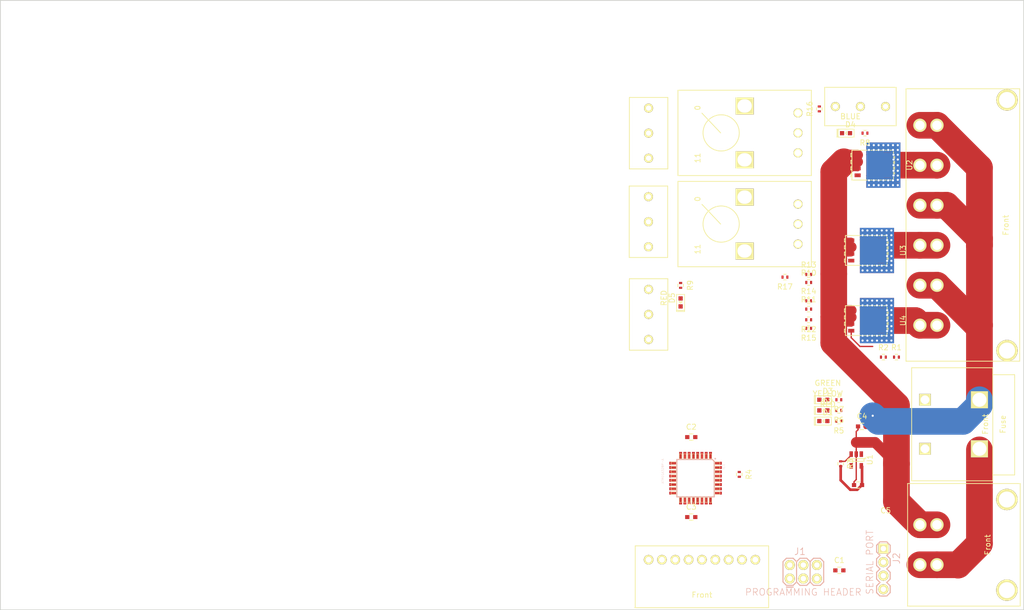
<source format=kicad_pcb>
(kicad_pcb (version 4) (host pcbnew 4.0.2+dfsg1-stable)

  (general
    (links 253)
    (no_connects 211)
    (area 49.454999 38.024999 241.375001 152.475001)
    (thickness 1.6)
    (drawings 4)
    (tracks 94)
    (zones 0)
    (modules 44)
    (nets 46)
  )

  (page A4)
  (layers
    (0 F.Cu signal)
    (31 B.Cu signal)
    (32 B.Adhes user)
    (33 F.Adhes user)
    (34 B.Paste user)
    (35 F.Paste user)
    (36 B.SilkS user)
    (37 F.SilkS user)
    (38 B.Mask user)
    (39 F.Mask user)
    (40 Dwgs.User user)
    (41 Cmts.User user)
    (42 Eco1.User user)
    (43 Eco2.User user)
    (44 Edge.Cuts user)
    (45 Margin user)
    (46 B.CrtYd user)
    (47 F.CrtYd user)
    (48 B.Fab user)
    (49 F.Fab user)
  )

  (setup
    (last_trace_width 0.25)
    (user_trace_width 0.5)
    (user_trace_width 1)
    (user_trace_width 2)
    (user_trace_width 3)
    (user_trace_width 4)
    (user_trace_width 5)
    (trace_clearance 0.2)
    (zone_clearance 0.508)
    (zone_45_only no)
    (trace_min 0.2)
    (segment_width 0.2)
    (edge_width 0.15)
    (via_size 0.6)
    (via_drill 0.4)
    (via_min_size 0.4)
    (via_min_drill 0.3)
    (uvia_size 0.51)
    (uvia_drill 0.13)
    (uvias_allowed no)
    (uvia_min_size 0.2)
    (uvia_min_drill 0.1)
    (pcb_text_width 0.3)
    (pcb_text_size 1.5 1.5)
    (mod_edge_width 0.15)
    (mod_text_size 1 1)
    (mod_text_width 0.15)
    (pad_size 0.79756 0.79756)
    (pad_drill 0)
    (pad_to_mask_clearance 0.2)
    (aux_axis_origin 0 0)
    (visible_elements FFFFFF7F)
    (pcbplotparams
      (layerselection 0x00030_80000001)
      (usegerberextensions false)
      (excludeedgelayer true)
      (linewidth 0.100000)
      (plotframeref false)
      (viasonmask false)
      (mode 1)
      (useauxorigin false)
      (hpglpennumber 1)
      (hpglpenspeed 20)
      (hpglpendiameter 15)
      (hpglpenoverlay 2)
      (psnegative false)
      (psa4output false)
      (plotreference true)
      (plotvalue true)
      (plotinvisibletext false)
      (padsonsilk false)
      (subtractmaskfromsilk false)
      (outputformat 1)
      (mirror false)
      (drillshape 1)
      (scaleselection 1)
      (outputdirectory ""))
  )

  (net 0 "")
  (net 1 GND)
  (net 2 BTN_TIMER)
  (net 3 "Net-(C1-Pad1)")
  (net 4 RST)
  (net 5 VCC)
  (net 6 +BATT)
  (net 7 "Net-(D1-PadANOD)")
  (net 8 "Net-(D2-PadANOD)")
  (net 9 "Net-(D3-PadANOD)")
  (net 10 "Net-(D4-PadANOD)")
  (net 11 "Net-(D5-PadANOD)")
  (net 12 "Net-(F1-Pad1)")
  (net 13 SIGNAL_SWAMP_FAN)
  (net 14 LED_G)
  (net 15 TEMP_OUTSIDE)
  (net 16 TEMP_INSIDE)
  (net 17 SIGNAL_VENT_FAN)
  (net 18 SIGNAL_PUMP)
  (net 19 LED_TIMER)
  (net 20 SW_SWAMP)
  (net 21 SW_VENT_OVERRIDE)
  (net 22 SW_AUTOVENT)
  (net 23 MOSI)
  (net 24 MISO)
  (net 25 SCK)
  (net 26 POT_VENT_SPEED)
  (net 27 POT_TEMP_DIFF)
  (net 28 LED_R)
  (net 29 AUX)
  (net 30 BATTERY_VOLTAGE_DIVIDER)
  (net 31 SW_WATER_LIMIT)
  (net 32 LED_WATER_LIMIT)
  (net 33 TXO)
  (net 34 RXI)
  (net 35 LED_Y)
  (net 36 OUT_PUMP)
  (net 37 OUT_VENT_FAN)
  (net 38 OUT_SWAMP_FAN)
  (net 39 "Net-(R3-Pad1)")
  (net 40 "Net-(R13-Pad1)")
  (net 41 "Net-(R14-Pad1)")
  (net 42 "Net-(R15-Pad1)")
  (net 43 "Net-(R16-Pad1)")
  (net 44 "Net-(R17-Pad1)")
  (net 45 "Net-(U1-Pad4)")

  (net_class Default "This is the default net class."
    (clearance 0.2)
    (trace_width 0.25)
    (via_dia 0.6)
    (via_drill 0.4)
    (uvia_dia 0.51)
    (uvia_drill 0.13)
    (add_net +BATT)
    (add_net AUX)
    (add_net BATTERY_VOLTAGE_DIVIDER)
    (add_net BTN_TIMER)
    (add_net GND)
    (add_net LED_G)
    (add_net LED_R)
    (add_net LED_TIMER)
    (add_net LED_WATER_LIMIT)
    (add_net LED_Y)
    (add_net MISO)
    (add_net MOSI)
    (add_net "Net-(C1-Pad1)")
    (add_net "Net-(D1-PadANOD)")
    (add_net "Net-(D2-PadANOD)")
    (add_net "Net-(D3-PadANOD)")
    (add_net "Net-(D4-PadANOD)")
    (add_net "Net-(D5-PadANOD)")
    (add_net "Net-(F1-Pad1)")
    (add_net "Net-(R13-Pad1)")
    (add_net "Net-(R14-Pad1)")
    (add_net "Net-(R15-Pad1)")
    (add_net "Net-(R16-Pad1)")
    (add_net "Net-(R17-Pad1)")
    (add_net "Net-(R3-Pad1)")
    (add_net "Net-(U1-Pad4)")
    (add_net OUT_PUMP)
    (add_net OUT_SWAMP_FAN)
    (add_net OUT_VENT_FAN)
    (add_net POT_TEMP_DIFF)
    (add_net POT_VENT_SPEED)
    (add_net RST)
    (add_net RXI)
    (add_net SCK)
    (add_net SIGNAL_PUMP)
    (add_net SIGNAL_SWAMP_FAN)
    (add_net SIGNAL_VENT_FAN)
    (add_net SW_AUTOVENT)
    (add_net SW_SWAMP)
    (add_net SW_VENT_OVERRIDE)
    (add_net SW_WATER_LIMIT)
    (add_net TEMP_INSIDE)
    (add_net TEMP_OUTSIDE)
    (add_net TXO)
    (add_net VCC)
  )

  (module homebrew:EG2355-ND placed (layer F.Cu) (tedit 590F7E01) (tstamp 590FDBB1)
    (at 210.7 58)
    (path /590F4415)
    (fp_text reference BTN1 (at 0 -2.1) (layer Dwgs.User)
      (effects (font (size 1 1) (thickness 0.15)))
    )
    (fp_text value SPST (at 0.2 2.5) (layer F.Fab)
      (effects (font (size 1 1) (thickness 0.15)))
    )
    (fp_line (start 6.7 -3.6) (end 6.7 3.6) (layer F.SilkS) (width 0.15))
    (fp_line (start 6.7 3.6) (end -6.7 3.6) (layer F.SilkS) (width 0.15))
    (fp_line (start -6.7 3.6) (end -6.7 -3.6) (layer F.SilkS) (width 0.15))
    (fp_line (start -6.7 -3.6) (end 6.7 -3.6) (layer F.SilkS) (width 0.15))
    (pad 1 thru_hole circle (at -4.7 0) (size 1.7 1.7) (drill 1) (layers *.Cu *.Mask F.SilkS)
      (net 1 GND))
    (pad 3 thru_hole circle (at 4.7 0) (size 1.7 1.7) (drill 1) (layers *.Cu *.Mask F.SilkS))
    (pad 2 thru_hole circle (at 0 0) (size 1.7 1.7) (drill 1) (layers *.Cu *.Mask F.SilkS)
      (net 2 BTN_TIMER))
  )

  (module Capacitors_SMD:C_0603 placed (layer F.Cu) (tedit 5415D631) (tstamp 590FDBB7)
    (at 206.75 145)
    (descr "Capacitor SMD 0603, reflow soldering, AVX (see smccp.pdf)")
    (tags "capacitor 0603")
    (path /590E8501)
    (attr smd)
    (fp_text reference C1 (at 0 -1.9) (layer F.SilkS)
      (effects (font (size 1 1) (thickness 0.15)))
    )
    (fp_text value .1uF (at 0 1.9) (layer F.Fab)
      (effects (font (size 1 1) (thickness 0.15)))
    )
    (fp_line (start -1.45 -0.75) (end 1.45 -0.75) (layer F.CrtYd) (width 0.05))
    (fp_line (start -1.45 0.75) (end 1.45 0.75) (layer F.CrtYd) (width 0.05))
    (fp_line (start -1.45 -0.75) (end -1.45 0.75) (layer F.CrtYd) (width 0.05))
    (fp_line (start 1.45 -0.75) (end 1.45 0.75) (layer F.CrtYd) (width 0.05))
    (fp_line (start -0.35 -0.6) (end 0.35 -0.6) (layer F.SilkS) (width 0.15))
    (fp_line (start 0.35 0.6) (end -0.35 0.6) (layer F.SilkS) (width 0.15))
    (pad 1 smd rect (at -0.75 0) (size 0.8 0.75) (layers F.Cu F.Paste F.Mask)
      (net 3 "Net-(C1-Pad1)"))
    (pad 2 smd rect (at 0.75 0) (size 0.8 0.75) (layers F.Cu F.Paste F.Mask)
      (net 4 RST))
    (model Capacitors_SMD.3dshapes/C_0603.wrl
      (at (xyz 0 0 0))
      (scale (xyz 1 1 1))
      (rotate (xyz 0 0 0))
    )
  )

  (module Capacitors_SMD:C_0603 placed (layer F.Cu) (tedit 5415D631) (tstamp 590FDBBD)
    (at 179 120)
    (descr "Capacitor SMD 0603, reflow soldering, AVX (see smccp.pdf)")
    (tags "capacitor 0603")
    (path /5911190A)
    (attr smd)
    (fp_text reference C2 (at 0 -1.9) (layer F.SilkS)
      (effects (font (size 1 1) (thickness 0.15)))
    )
    (fp_text value 0.1uF (at 0 1.9) (layer F.Fab)
      (effects (font (size 1 1) (thickness 0.15)))
    )
    (fp_line (start -1.45 -0.75) (end 1.45 -0.75) (layer F.CrtYd) (width 0.05))
    (fp_line (start -1.45 0.75) (end 1.45 0.75) (layer F.CrtYd) (width 0.05))
    (fp_line (start -1.45 -0.75) (end -1.45 0.75) (layer F.CrtYd) (width 0.05))
    (fp_line (start 1.45 -0.75) (end 1.45 0.75) (layer F.CrtYd) (width 0.05))
    (fp_line (start -0.35 -0.6) (end 0.35 -0.6) (layer F.SilkS) (width 0.15))
    (fp_line (start 0.35 0.6) (end -0.35 0.6) (layer F.SilkS) (width 0.15))
    (pad 1 smd rect (at -0.75 0) (size 0.8 0.75) (layers F.Cu F.Paste F.Mask)
      (net 5 VCC))
    (pad 2 smd rect (at 0.75 0) (size 0.8 0.75) (layers F.Cu F.Paste F.Mask)
      (net 1 GND))
    (model Capacitors_SMD.3dshapes/C_0603.wrl
      (at (xyz 0 0 0))
      (scale (xyz 1 1 1))
      (rotate (xyz 0 0 0))
    )
  )

  (module Capacitors_SMD:C_0603 placed (layer F.Cu) (tedit 5415D631) (tstamp 590FDBC3)
    (at 179 135)
    (descr "Capacitor SMD 0603, reflow soldering, AVX (see smccp.pdf)")
    (tags "capacitor 0603")
    (path /590E75FE)
    (attr smd)
    (fp_text reference C3 (at 0 -1.9) (layer F.SilkS)
      (effects (font (size 1 1) (thickness 0.15)))
    )
    (fp_text value 0.1uF (at 0 1.9) (layer F.Fab)
      (effects (font (size 1 1) (thickness 0.15)))
    )
    (fp_line (start -1.45 -0.75) (end 1.45 -0.75) (layer F.CrtYd) (width 0.05))
    (fp_line (start -1.45 0.75) (end 1.45 0.75) (layer F.CrtYd) (width 0.05))
    (fp_line (start -1.45 -0.75) (end -1.45 0.75) (layer F.CrtYd) (width 0.05))
    (fp_line (start 1.45 -0.75) (end 1.45 0.75) (layer F.CrtYd) (width 0.05))
    (fp_line (start -0.35 -0.6) (end 0.35 -0.6) (layer F.SilkS) (width 0.15))
    (fp_line (start 0.35 0.6) (end -0.35 0.6) (layer F.SilkS) (width 0.15))
    (pad 1 smd rect (at -0.75 0) (size 0.8 0.75) (layers F.Cu F.Paste F.Mask)
      (net 5 VCC))
    (pad 2 smd rect (at 0.75 0) (size 0.8 0.75) (layers F.Cu F.Paste F.Mask)
      (net 1 GND))
    (model Capacitors_SMD.3dshapes/C_0603.wrl
      (at (xyz 0 0 0))
      (scale (xyz 1 1 1))
      (rotate (xyz 0 0 0))
    )
  )

  (module Capacitors_SMD:C_0603 placed (layer F.Cu) (tedit 5415D631) (tstamp 590FDBC9)
    (at 211 118)
    (descr "Capacitor SMD 0603, reflow soldering, AVX (see smccp.pdf)")
    (tags "capacitor 0603")
    (path /590E714A)
    (attr smd)
    (fp_text reference C4 (at 0 -1.9) (layer F.SilkS)
      (effects (font (size 1 1) (thickness 0.15)))
    )
    (fp_text value 1.0uF (at 0 1.9) (layer F.Fab)
      (effects (font (size 1 1) (thickness 0.15)))
    )
    (fp_line (start -1.45 -0.75) (end 1.45 -0.75) (layer F.CrtYd) (width 0.05))
    (fp_line (start -1.45 0.75) (end 1.45 0.75) (layer F.CrtYd) (width 0.05))
    (fp_line (start -1.45 -0.75) (end -1.45 0.75) (layer F.CrtYd) (width 0.05))
    (fp_line (start 1.45 -0.75) (end 1.45 0.75) (layer F.CrtYd) (width 0.05))
    (fp_line (start -0.35 -0.6) (end 0.35 -0.6) (layer F.SilkS) (width 0.15))
    (fp_line (start 0.35 0.6) (end -0.35 0.6) (layer F.SilkS) (width 0.15))
    (pad 1 smd rect (at -0.75 0) (size 0.8 0.75) (layers F.Cu F.Paste F.Mask)
      (net 1 GND))
    (pad 2 smd rect (at 0.75 0) (size 0.8 0.75) (layers F.Cu F.Paste F.Mask)
      (net 6 +BATT))
    (model Capacitors_SMD.3dshapes/C_0603.wrl
      (at (xyz 0 0 0))
      (scale (xyz 1 1 1))
      (rotate (xyz 0 0 0))
    )
  )

  (module Capacitors_SMD:C_0603 placed (layer F.Cu) (tedit 5415D631) (tstamp 590FDBCF)
    (at 210.25 129)
    (descr "Capacitor SMD 0603, reflow soldering, AVX (see smccp.pdf)")
    (tags "capacitor 0603")
    (path /590E70D3)
    (attr smd)
    (fp_text reference C5 (at 5.18 4.78) (layer F.SilkS)
      (effects (font (size 1 1) (thickness 0.15)))
    )
    (fp_text value 2.2uF (at 0 1.9) (layer F.Fab)
      (effects (font (size 1 1) (thickness 0.15)))
    )
    (fp_line (start -1.45 -0.75) (end 1.45 -0.75) (layer F.CrtYd) (width 0.05))
    (fp_line (start -1.45 0.75) (end 1.45 0.75) (layer F.CrtYd) (width 0.05))
    (fp_line (start -1.45 -0.75) (end -1.45 0.75) (layer F.CrtYd) (width 0.05))
    (fp_line (start 1.45 -0.75) (end 1.45 0.75) (layer F.CrtYd) (width 0.05))
    (fp_line (start -0.35 -0.6) (end 0.35 -0.6) (layer F.SilkS) (width 0.15))
    (fp_line (start 0.35 0.6) (end -0.35 0.6) (layer F.SilkS) (width 0.15))
    (pad 1 smd rect (at -0.75 0) (size 0.8 0.75) (layers F.Cu F.Paste F.Mask)
      (net 1 GND))
    (pad 2 smd rect (at 0.75 0) (size 0.8 0.75) (layers F.Cu F.Paste F.Mask)
      (net 5 VCC))
    (model Capacitors_SMD.3dshapes/C_0603.wrl
      (at (xyz 0 0 0))
      (scale (xyz 1 1 1))
      (rotate (xyz 0 0 0))
    )
  )

  (module MF_LEDs:MF_LEDs-LED0603 placed (layer F.Cu) (tedit 200000) (tstamp 590FDBD5)
    (at 203.7493 117)
    (descr "DESCRIPTION: FOOTPRINT FOR SINGLE LEDS IN 0621")
    (tags "DESCRIPTION: FOOTPRINT FOR SINGLE LEDS IN 0621")
    (path /59119842)
    (solder_mask_margin 0.1016)
    (clearance 0.1016)
    (attr smd)
    (fp_text reference D1 (at 0.8382 -1.60782) (layer F.SilkS)
      (effects (font (size 1.016 1.016) (thickness 0.1524)))
    )
    (fp_text value RED (at 0.8382 -3.13182) (layer F.SilkS)
      (effects (font (size 1.016 1.016) (thickness 0.1524)))
    )
    (fp_line (start -1.4986 -0.7493) (end -1.4986 0.7493) (layer F.SilkS) (width 0.127))
    (fp_line (start -1.4986 0.7493) (end 1.4986 0.7493) (layer F.SilkS) (width 0.127))
    (fp_line (start 1.4986 0.7493) (end 1.4986 -0.7493) (layer F.SilkS) (width 0.127))
    (fp_line (start 1.4986 -0.7493) (end -1.4986 -0.7493) (layer F.SilkS) (width 0.127))
    (fp_line (start -1.4986 -0.7493) (end -1.69926 -0.7493) (layer F.SilkS) (width 0.127))
    (fp_line (start -1.69926 -0.7493) (end -1.69926 0.7493) (layer F.SilkS) (width 0.127))
    (fp_line (start -1.69926 0.7493) (end -1.4986 0.7493) (layer F.SilkS) (width 0.127))
    (fp_line (start -1.4986 0.7493) (end -1.4986 -0.7493) (layer F.SilkS) (width 0.127))
    (fp_line (start -0.14986 0) (end 0.14986 -0.29972) (layer F.SilkS) (width 0.127))
    (fp_line (start 0.14986 -0.29972) (end 0.14986 0.29972) (layer F.SilkS) (width 0.127))
    (fp_line (start 0.14986 0.29972) (end -0.14986 0) (layer F.SilkS) (width 0.127))
    (pad ANOD smd rect (at 0.7493 0) (size 0.79756 0.79756) (layers F.Cu F.Paste F.Mask)
      (net 7 "Net-(D1-PadANOD)"))
    (pad CATH smd rect (at -0.7493 0) (size 0.79756 0.79756) (layers F.Cu F.Paste F.Mask)
      (net 1 GND))
  )

  (module MF_LEDs:MF_LEDs-LED0603 placed (layer F.Cu) (tedit 200000) (tstamp 590FDBDB)
    (at 203.7493 115)
    (descr "DESCRIPTION: FOOTPRINT FOR SINGLE LEDS IN 0621")
    (tags "DESCRIPTION: FOOTPRINT FOR SINGLE LEDS IN 0621")
    (path /59119B10)
    (solder_mask_margin 0.1016)
    (clearance 0.1016)
    (attr smd)
    (fp_text reference D2 (at 0.8382 -1.60782) (layer F.SilkS)
      (effects (font (size 1.016 1.016) (thickness 0.1524)))
    )
    (fp_text value YELLOW (at 0.8382 -3.13182) (layer F.SilkS)
      (effects (font (size 1.016 1.016) (thickness 0.1524)))
    )
    (fp_line (start -1.4986 -0.7493) (end -1.4986 0.7493) (layer F.SilkS) (width 0.127))
    (fp_line (start -1.4986 0.7493) (end 1.4986 0.7493) (layer F.SilkS) (width 0.127))
    (fp_line (start 1.4986 0.7493) (end 1.4986 -0.7493) (layer F.SilkS) (width 0.127))
    (fp_line (start 1.4986 -0.7493) (end -1.4986 -0.7493) (layer F.SilkS) (width 0.127))
    (fp_line (start -1.4986 -0.7493) (end -1.69926 -0.7493) (layer F.SilkS) (width 0.127))
    (fp_line (start -1.69926 -0.7493) (end -1.69926 0.7493) (layer F.SilkS) (width 0.127))
    (fp_line (start -1.69926 0.7493) (end -1.4986 0.7493) (layer F.SilkS) (width 0.127))
    (fp_line (start -1.4986 0.7493) (end -1.4986 -0.7493) (layer F.SilkS) (width 0.127))
    (fp_line (start -0.14986 0) (end 0.14986 -0.29972) (layer F.SilkS) (width 0.127))
    (fp_line (start 0.14986 -0.29972) (end 0.14986 0.29972) (layer F.SilkS) (width 0.127))
    (fp_line (start 0.14986 0.29972) (end -0.14986 0) (layer F.SilkS) (width 0.127))
    (pad ANOD smd rect (at 0.7493 0) (size 0.79756 0.79756) (layers F.Cu F.Paste F.Mask)
      (net 8 "Net-(D2-PadANOD)"))
    (pad CATH smd rect (at -0.7493 0) (size 0.79756 0.79756) (layers F.Cu F.Paste F.Mask)
      (net 1 GND))
  )

  (module MF_LEDs:MF_LEDs-LED0603 placed (layer F.Cu) (tedit 200000) (tstamp 590FDBE1)
    (at 203.7493 113)
    (descr "DESCRIPTION: FOOTPRINT FOR SINGLE LEDS IN 0621")
    (tags "DESCRIPTION: FOOTPRINT FOR SINGLE LEDS IN 0621")
    (path /59119E03)
    (solder_mask_margin 0.1016)
    (clearance 0.1016)
    (attr smd)
    (fp_text reference D3 (at 0.8382 -1.60782) (layer F.SilkS)
      (effects (font (size 1.016 1.016) (thickness 0.1524)))
    )
    (fp_text value GREEN (at 0.8382 -3.13182) (layer F.SilkS)
      (effects (font (size 1.016 1.016) (thickness 0.1524)))
    )
    (fp_line (start -1.4986 -0.7493) (end -1.4986 0.7493) (layer F.SilkS) (width 0.127))
    (fp_line (start -1.4986 0.7493) (end 1.4986 0.7493) (layer F.SilkS) (width 0.127))
    (fp_line (start 1.4986 0.7493) (end 1.4986 -0.7493) (layer F.SilkS) (width 0.127))
    (fp_line (start 1.4986 -0.7493) (end -1.4986 -0.7493) (layer F.SilkS) (width 0.127))
    (fp_line (start -1.4986 -0.7493) (end -1.69926 -0.7493) (layer F.SilkS) (width 0.127))
    (fp_line (start -1.69926 -0.7493) (end -1.69926 0.7493) (layer F.SilkS) (width 0.127))
    (fp_line (start -1.69926 0.7493) (end -1.4986 0.7493) (layer F.SilkS) (width 0.127))
    (fp_line (start -1.4986 0.7493) (end -1.4986 -0.7493) (layer F.SilkS) (width 0.127))
    (fp_line (start -0.14986 0) (end 0.14986 -0.29972) (layer F.SilkS) (width 0.127))
    (fp_line (start 0.14986 -0.29972) (end 0.14986 0.29972) (layer F.SilkS) (width 0.127))
    (fp_line (start 0.14986 0.29972) (end -0.14986 0) (layer F.SilkS) (width 0.127))
    (pad ANOD smd rect (at 0.7493 0) (size 0.79756 0.79756) (layers F.Cu F.Paste F.Mask)
      (net 9 "Net-(D3-PadANOD)"))
    (pad CATH smd rect (at -0.7493 0) (size 0.79756 0.79756) (layers F.Cu F.Paste F.Mask)
      (net 1 GND))
  )

  (module MF_LEDs:MF_LEDs-LED0603 placed (layer F.Cu) (tedit 200000) (tstamp 590FDBE7)
    (at 208 63)
    (descr "DESCRIPTION: FOOTPRINT FOR SINGLE LEDS IN 0621")
    (tags "DESCRIPTION: FOOTPRINT FOR SINGLE LEDS IN 0621")
    (path /5911A03A)
    (solder_mask_margin 0.1016)
    (clearance 0.1016)
    (attr smd)
    (fp_text reference D4 (at 0.8382 -1.60782) (layer F.SilkS)
      (effects (font (size 1.016 1.016) (thickness 0.1524)))
    )
    (fp_text value BLUE (at 0.8382 -3.13182) (layer F.SilkS)
      (effects (font (size 1.016 1.016) (thickness 0.1524)))
    )
    (fp_line (start -1.4986 -0.7493) (end -1.4986 0.7493) (layer F.SilkS) (width 0.127))
    (fp_line (start -1.4986 0.7493) (end 1.4986 0.7493) (layer F.SilkS) (width 0.127))
    (fp_line (start 1.4986 0.7493) (end 1.4986 -0.7493) (layer F.SilkS) (width 0.127))
    (fp_line (start 1.4986 -0.7493) (end -1.4986 -0.7493) (layer F.SilkS) (width 0.127))
    (fp_line (start -1.4986 -0.7493) (end -1.69926 -0.7493) (layer F.SilkS) (width 0.127))
    (fp_line (start -1.69926 -0.7493) (end -1.69926 0.7493) (layer F.SilkS) (width 0.127))
    (fp_line (start -1.69926 0.7493) (end -1.4986 0.7493) (layer F.SilkS) (width 0.127))
    (fp_line (start -1.4986 0.7493) (end -1.4986 -0.7493) (layer F.SilkS) (width 0.127))
    (fp_line (start -0.14986 0) (end 0.14986 -0.29972) (layer F.SilkS) (width 0.127))
    (fp_line (start 0.14986 -0.29972) (end 0.14986 0.29972) (layer F.SilkS) (width 0.127))
    (fp_line (start 0.14986 0.29972) (end -0.14986 0) (layer F.SilkS) (width 0.127))
    (pad ANOD smd rect (at 0.7493 0) (size 0.79756 0.79756) (layers F.Cu F.Paste F.Mask)
      (net 10 "Net-(D4-PadANOD)"))
    (pad CATH smd rect (at -0.7493 0) (size 0.79756 0.79756) (layers F.Cu F.Paste F.Mask)
      (net 1 GND))
  )

  (module MF_LEDs:MF_LEDs-LED0603 placed (layer F.Cu) (tedit 200000) (tstamp 590FDBED)
    (at 177 94.7493 90)
    (descr "DESCRIPTION: FOOTPRINT FOR SINGLE LEDS IN 0621")
    (tags "DESCRIPTION: FOOTPRINT FOR SINGLE LEDS IN 0621")
    (path /5911A388)
    (solder_mask_margin 0.1016)
    (clearance 0.1016)
    (attr smd)
    (fp_text reference D5 (at 0.8382 -1.60782 90) (layer F.SilkS)
      (effects (font (size 1.016 1.016) (thickness 0.1524)))
    )
    (fp_text value RED (at 0.8382 -3.13182 90) (layer F.SilkS)
      (effects (font (size 1.016 1.016) (thickness 0.1524)))
    )
    (fp_line (start -1.4986 -0.7493) (end -1.4986 0.7493) (layer F.SilkS) (width 0.127))
    (fp_line (start -1.4986 0.7493) (end 1.4986 0.7493) (layer F.SilkS) (width 0.127))
    (fp_line (start 1.4986 0.7493) (end 1.4986 -0.7493) (layer F.SilkS) (width 0.127))
    (fp_line (start 1.4986 -0.7493) (end -1.4986 -0.7493) (layer F.SilkS) (width 0.127))
    (fp_line (start -1.4986 -0.7493) (end -1.69926 -0.7493) (layer F.SilkS) (width 0.127))
    (fp_line (start -1.69926 -0.7493) (end -1.69926 0.7493) (layer F.SilkS) (width 0.127))
    (fp_line (start -1.69926 0.7493) (end -1.4986 0.7493) (layer F.SilkS) (width 0.127))
    (fp_line (start -1.4986 0.7493) (end -1.4986 -0.7493) (layer F.SilkS) (width 0.127))
    (fp_line (start -0.14986 0) (end 0.14986 -0.29972) (layer F.SilkS) (width 0.127))
    (fp_line (start 0.14986 -0.29972) (end 0.14986 0.29972) (layer F.SilkS) (width 0.127))
    (fp_line (start 0.14986 0.29972) (end -0.14986 0) (layer F.SilkS) (width 0.127))
    (pad ANOD smd rect (at 0.7493 0 90) (size 0.79756 0.79756) (layers F.Cu F.Paste F.Mask)
      (net 11 "Net-(D5-PadANOD)"))
    (pad CATH smd rect (at -0.7493 0 90) (size 0.79756 0.79756) (layers F.Cu F.Paste F.Mask)
      (net 1 GND))
  )

  (module homebrew:FUSE-3550-2 placed (layer F.Cu) (tedit 590F8DC3) (tstamp 590FDBF5)
    (at 227.9 117.6 90)
    (path /590FFB07)
    (fp_text reference F1 (at 0 1.5 90) (layer Dwgs.User)
      (effects (font (size 1 1) (thickness 0.15)))
    )
    (fp_text value POWER_FUSE (at 0 -0.9 90) (layer Dwgs.User)
      (effects (font (size 1 1) (thickness 0.15)))
    )
    (fp_text user Fuse (at 0 9.5 90) (layer F.SilkS)
      (effects (font (size 1 1) (thickness 0.15)))
    )
    (fp_line (start -9.5 7.6) (end -9.5 11.7) (layer F.SilkS) (width 0.15))
    (fp_line (start -9.5 11.7) (end 7.9 11.7) (layer F.SilkS) (width 0.15))
    (fp_line (start 7.9 11.7) (end 8.9 11.7) (layer F.SilkS) (width 0.15))
    (fp_line (start 8.9 11.7) (end 9.3 11.7) (layer F.SilkS) (width 0.15))
    (fp_line (start 9.3 11.7) (end 9.3 7.6) (layer F.SilkS) (width 0.15))
    (fp_text user Front (at 0 6.2 90) (layer F.SilkS)
      (effects (font (size 1 1) (thickness 0.15)))
    )
    (fp_line (start 10.6 -7.6) (end -10.6 -7.6) (layer F.SilkS) (width 0.15))
    (fp_line (start -10.6 -7.6) (end -10.6 7.6) (layer F.SilkS) (width 0.15))
    (fp_line (start -10.6 7.6) (end 10.6 7.6) (layer F.SilkS) (width 0.15))
    (fp_line (start 10.6 7.6) (end 10.6 -7.6) (layer F.SilkS) (width 0.15))
    (pad Snap thru_hole rect (at -4.6 -5.1 90) (size 2.2 2.2) (drill 1.64) (layers *.Cu *.Mask F.SilkS))
    (pad 1 thru_hole rect (at -4.6 5.1 90) (size 3.2 3.2) (drill 2.64) (layers *.Cu *.Mask F.SilkS)
      (net 12 "Net-(F1-Pad1)"))
    (pad 2 thru_hole rect (at 4.6 5.1 90) (size 3.2 3.2) (drill 2.64) (layers *.Cu *.Mask F.SilkS)
      (net 6 +BATT))
    (pad Snap thru_hole rect (at 4.6 -5.1 90) (size 2.2 2.2) (drill 1.64) (layers *.Cu *.Mask F.SilkS))
  )

  (module SparkFun-DigitalIC:TQFP32-08 placed (layer F.Cu) (tedit 200000) (tstamp 590FDC19)
    (at 179.80112 127.7074 270)
    (descr "THIN PLASIC QUAD FLAT PACKAGE GRID 0.8 MM")
    (tags "THIN PLASIC QUAD FLAT PACKAGE GRID 0.8 MM")
    (path /590E5BF3)
    (attr smd)
    (fp_text reference IC1 (at -2.159 -5.2832 270) (layer B.SilkS)
      (effects (font (size 0.4064 0.4064) (thickness 0.0254)))
    )
    (fp_text value ATMEGA328P-A (at -1.3208 6.1468 270) (layer B.SilkS)
      (effects (font (size 0.4064 0.4064) (thickness 0.0254)))
    )
    (fp_line (start -4.5466 -2.57048) (end -3.556 -2.57048) (layer F.SilkS) (width 0.06604))
    (fp_line (start -3.556 -2.57048) (end -3.556 -3.02768) (layer F.SilkS) (width 0.06604))
    (fp_line (start -4.5466 -3.02768) (end -3.556 -3.02768) (layer F.SilkS) (width 0.06604))
    (fp_line (start -4.5466 -2.57048) (end -4.5466 -3.02768) (layer F.SilkS) (width 0.06604))
    (fp_line (start -4.5466 -1.77038) (end -3.556 -1.77038) (layer F.SilkS) (width 0.06604))
    (fp_line (start -3.556 -1.77038) (end -3.556 -2.22758) (layer F.SilkS) (width 0.06604))
    (fp_line (start -4.5466 -2.22758) (end -3.556 -2.22758) (layer F.SilkS) (width 0.06604))
    (fp_line (start -4.5466 -1.77038) (end -4.5466 -2.22758) (layer F.SilkS) (width 0.06604))
    (fp_line (start -4.5466 -0.97028) (end -3.556 -0.97028) (layer F.SilkS) (width 0.06604))
    (fp_line (start -3.556 -0.97028) (end -3.556 -1.42748) (layer F.SilkS) (width 0.06604))
    (fp_line (start -4.5466 -1.42748) (end -3.556 -1.42748) (layer F.SilkS) (width 0.06604))
    (fp_line (start -4.5466 -0.97028) (end -4.5466 -1.42748) (layer F.SilkS) (width 0.06604))
    (fp_line (start -4.5466 -0.17018) (end -3.556 -0.17018) (layer F.SilkS) (width 0.06604))
    (fp_line (start -3.556 -0.17018) (end -3.556 -0.62738) (layer F.SilkS) (width 0.06604))
    (fp_line (start -4.5466 -0.62738) (end -3.556 -0.62738) (layer F.SilkS) (width 0.06604))
    (fp_line (start -4.5466 -0.17018) (end -4.5466 -0.62738) (layer F.SilkS) (width 0.06604))
    (fp_line (start -4.5466 0.62738) (end -3.556 0.62738) (layer F.SilkS) (width 0.06604))
    (fp_line (start -3.556 0.62738) (end -3.556 0.17018) (layer F.SilkS) (width 0.06604))
    (fp_line (start -4.5466 0.17018) (end -3.556 0.17018) (layer F.SilkS) (width 0.06604))
    (fp_line (start -4.5466 0.62738) (end -4.5466 0.17018) (layer F.SilkS) (width 0.06604))
    (fp_line (start -4.5466 1.42748) (end -3.556 1.42748) (layer F.SilkS) (width 0.06604))
    (fp_line (start -3.556 1.42748) (end -3.556 0.97028) (layer F.SilkS) (width 0.06604))
    (fp_line (start -4.5466 0.97028) (end -3.556 0.97028) (layer F.SilkS) (width 0.06604))
    (fp_line (start -4.5466 1.42748) (end -4.5466 0.97028) (layer F.SilkS) (width 0.06604))
    (fp_line (start -4.5466 2.22758) (end -3.556 2.22758) (layer F.SilkS) (width 0.06604))
    (fp_line (start -3.556 2.22758) (end -3.556 1.77038) (layer F.SilkS) (width 0.06604))
    (fp_line (start -4.5466 1.77038) (end -3.556 1.77038) (layer F.SilkS) (width 0.06604))
    (fp_line (start -4.5466 2.22758) (end -4.5466 1.77038) (layer F.SilkS) (width 0.06604))
    (fp_line (start -4.5466 3.02768) (end -3.556 3.02768) (layer F.SilkS) (width 0.06604))
    (fp_line (start -3.556 3.02768) (end -3.556 2.57048) (layer F.SilkS) (width 0.06604))
    (fp_line (start -4.5466 2.57048) (end -3.556 2.57048) (layer F.SilkS) (width 0.06604))
    (fp_line (start -4.5466 3.02768) (end -4.5466 2.57048) (layer F.SilkS) (width 0.06604))
    (fp_line (start -3.02768 4.5466) (end -2.57048 4.5466) (layer F.SilkS) (width 0.06604))
    (fp_line (start -2.57048 4.5466) (end -2.57048 3.556) (layer F.SilkS) (width 0.06604))
    (fp_line (start -3.02768 3.556) (end -2.57048 3.556) (layer F.SilkS) (width 0.06604))
    (fp_line (start -3.02768 4.5466) (end -3.02768 3.556) (layer F.SilkS) (width 0.06604))
    (fp_line (start -2.22758 4.5466) (end -1.77038 4.5466) (layer F.SilkS) (width 0.06604))
    (fp_line (start -1.77038 4.5466) (end -1.77038 3.556) (layer F.SilkS) (width 0.06604))
    (fp_line (start -2.22758 3.556) (end -1.77038 3.556) (layer F.SilkS) (width 0.06604))
    (fp_line (start -2.22758 4.5466) (end -2.22758 3.556) (layer F.SilkS) (width 0.06604))
    (fp_line (start -1.42748 4.5466) (end -0.97028 4.5466) (layer F.SilkS) (width 0.06604))
    (fp_line (start -0.97028 4.5466) (end -0.97028 3.556) (layer F.SilkS) (width 0.06604))
    (fp_line (start -1.42748 3.556) (end -0.97028 3.556) (layer F.SilkS) (width 0.06604))
    (fp_line (start -1.42748 4.5466) (end -1.42748 3.556) (layer F.SilkS) (width 0.06604))
    (fp_line (start -0.62738 4.5466) (end -0.17018 4.5466) (layer F.SilkS) (width 0.06604))
    (fp_line (start -0.17018 4.5466) (end -0.17018 3.556) (layer F.SilkS) (width 0.06604))
    (fp_line (start -0.62738 3.556) (end -0.17018 3.556) (layer F.SilkS) (width 0.06604))
    (fp_line (start -0.62738 4.5466) (end -0.62738 3.556) (layer F.SilkS) (width 0.06604))
    (fp_line (start 0.17018 4.5466) (end 0.62738 4.5466) (layer F.SilkS) (width 0.06604))
    (fp_line (start 0.62738 4.5466) (end 0.62738 3.556) (layer F.SilkS) (width 0.06604))
    (fp_line (start 0.17018 3.556) (end 0.62738 3.556) (layer F.SilkS) (width 0.06604))
    (fp_line (start 0.17018 4.5466) (end 0.17018 3.556) (layer F.SilkS) (width 0.06604))
    (fp_line (start 0.97028 4.5466) (end 1.42748 4.5466) (layer F.SilkS) (width 0.06604))
    (fp_line (start 1.42748 4.5466) (end 1.42748 3.556) (layer F.SilkS) (width 0.06604))
    (fp_line (start 0.97028 3.556) (end 1.42748 3.556) (layer F.SilkS) (width 0.06604))
    (fp_line (start 0.97028 4.5466) (end 0.97028 3.556) (layer F.SilkS) (width 0.06604))
    (fp_line (start 1.77038 4.5466) (end 2.22758 4.5466) (layer F.SilkS) (width 0.06604))
    (fp_line (start 2.22758 4.5466) (end 2.22758 3.556) (layer F.SilkS) (width 0.06604))
    (fp_line (start 1.77038 3.556) (end 2.22758 3.556) (layer F.SilkS) (width 0.06604))
    (fp_line (start 1.77038 4.5466) (end 1.77038 3.556) (layer F.SilkS) (width 0.06604))
    (fp_line (start 2.57048 4.5466) (end 3.02768 4.5466) (layer F.SilkS) (width 0.06604))
    (fp_line (start 3.02768 4.5466) (end 3.02768 3.556) (layer F.SilkS) (width 0.06604))
    (fp_line (start 2.57048 3.556) (end 3.02768 3.556) (layer F.SilkS) (width 0.06604))
    (fp_line (start 2.57048 4.5466) (end 2.57048 3.556) (layer F.SilkS) (width 0.06604))
    (fp_line (start 3.556 3.02768) (end 4.5466 3.02768) (layer F.SilkS) (width 0.06604))
    (fp_line (start 4.5466 3.02768) (end 4.5466 2.57048) (layer F.SilkS) (width 0.06604))
    (fp_line (start 3.556 2.57048) (end 4.5466 2.57048) (layer F.SilkS) (width 0.06604))
    (fp_line (start 3.556 3.02768) (end 3.556 2.57048) (layer F.SilkS) (width 0.06604))
    (fp_line (start 3.556 2.22758) (end 4.5466 2.22758) (layer F.SilkS) (width 0.06604))
    (fp_line (start 4.5466 2.22758) (end 4.5466 1.77038) (layer F.SilkS) (width 0.06604))
    (fp_line (start 3.556 1.77038) (end 4.5466 1.77038) (layer F.SilkS) (width 0.06604))
    (fp_line (start 3.556 2.22758) (end 3.556 1.77038) (layer F.SilkS) (width 0.06604))
    (fp_line (start 3.556 1.42748) (end 4.5466 1.42748) (layer F.SilkS) (width 0.06604))
    (fp_line (start 4.5466 1.42748) (end 4.5466 0.97028) (layer F.SilkS) (width 0.06604))
    (fp_line (start 3.556 0.97028) (end 4.5466 0.97028) (layer F.SilkS) (width 0.06604))
    (fp_line (start 3.556 1.42748) (end 3.556 0.97028) (layer F.SilkS) (width 0.06604))
    (fp_line (start 3.556 0.62738) (end 4.5466 0.62738) (layer F.SilkS) (width 0.06604))
    (fp_line (start 4.5466 0.62738) (end 4.5466 0.17018) (layer F.SilkS) (width 0.06604))
    (fp_line (start 3.556 0.17018) (end 4.5466 0.17018) (layer F.SilkS) (width 0.06604))
    (fp_line (start 3.556 0.62738) (end 3.556 0.17018) (layer F.SilkS) (width 0.06604))
    (fp_line (start 3.556 -0.17018) (end 4.5466 -0.17018) (layer F.SilkS) (width 0.06604))
    (fp_line (start 4.5466 -0.17018) (end 4.5466 -0.62738) (layer F.SilkS) (width 0.06604))
    (fp_line (start 3.556 -0.62738) (end 4.5466 -0.62738) (layer F.SilkS) (width 0.06604))
    (fp_line (start 3.556 -0.17018) (end 3.556 -0.62738) (layer F.SilkS) (width 0.06604))
    (fp_line (start 3.556 -0.97028) (end 4.5466 -0.97028) (layer F.SilkS) (width 0.06604))
    (fp_line (start 4.5466 -0.97028) (end 4.5466 -1.42748) (layer F.SilkS) (width 0.06604))
    (fp_line (start 3.556 -1.42748) (end 4.5466 -1.42748) (layer F.SilkS) (width 0.06604))
    (fp_line (start 3.556 -0.97028) (end 3.556 -1.42748) (layer F.SilkS) (width 0.06604))
    (fp_line (start 3.556 -1.77038) (end 4.5466 -1.77038) (layer F.SilkS) (width 0.06604))
    (fp_line (start 4.5466 -1.77038) (end 4.5466 -2.22758) (layer F.SilkS) (width 0.06604))
    (fp_line (start 3.556 -2.22758) (end 4.5466 -2.22758) (layer F.SilkS) (width 0.06604))
    (fp_line (start 3.556 -1.77038) (end 3.556 -2.22758) (layer F.SilkS) (width 0.06604))
    (fp_line (start 3.556 -2.57048) (end 4.5466 -2.57048) (layer F.SilkS) (width 0.06604))
    (fp_line (start 4.5466 -2.57048) (end 4.5466 -3.02768) (layer F.SilkS) (width 0.06604))
    (fp_line (start 3.556 -3.02768) (end 4.5466 -3.02768) (layer F.SilkS) (width 0.06604))
    (fp_line (start 3.556 -2.57048) (end 3.556 -3.02768) (layer F.SilkS) (width 0.06604))
    (fp_line (start 2.57048 -3.556) (end 3.02768 -3.556) (layer F.SilkS) (width 0.06604))
    (fp_line (start 3.02768 -3.556) (end 3.02768 -4.5466) (layer F.SilkS) (width 0.06604))
    (fp_line (start 2.57048 -4.5466) (end 3.02768 -4.5466) (layer F.SilkS) (width 0.06604))
    (fp_line (start 2.57048 -3.556) (end 2.57048 -4.5466) (layer F.SilkS) (width 0.06604))
    (fp_line (start 1.77038 -3.556) (end 2.22758 -3.556) (layer F.SilkS) (width 0.06604))
    (fp_line (start 2.22758 -3.556) (end 2.22758 -4.5466) (layer F.SilkS) (width 0.06604))
    (fp_line (start 1.77038 -4.5466) (end 2.22758 -4.5466) (layer F.SilkS) (width 0.06604))
    (fp_line (start 1.77038 -3.556) (end 1.77038 -4.5466) (layer F.SilkS) (width 0.06604))
    (fp_line (start 0.97028 -3.556) (end 1.42748 -3.556) (layer F.SilkS) (width 0.06604))
    (fp_line (start 1.42748 -3.556) (end 1.42748 -4.5466) (layer F.SilkS) (width 0.06604))
    (fp_line (start 0.97028 -4.5466) (end 1.42748 -4.5466) (layer F.SilkS) (width 0.06604))
    (fp_line (start 0.97028 -3.556) (end 0.97028 -4.5466) (layer F.SilkS) (width 0.06604))
    (fp_line (start 0.17018 -3.556) (end 0.62738 -3.556) (layer F.SilkS) (width 0.06604))
    (fp_line (start 0.62738 -3.556) (end 0.62738 -4.5466) (layer F.SilkS) (width 0.06604))
    (fp_line (start 0.17018 -4.5466) (end 0.62738 -4.5466) (layer F.SilkS) (width 0.06604))
    (fp_line (start 0.17018 -3.556) (end 0.17018 -4.5466) (layer F.SilkS) (width 0.06604))
    (fp_line (start -0.62738 -3.556) (end -0.17018 -3.556) (layer F.SilkS) (width 0.06604))
    (fp_line (start -0.17018 -3.556) (end -0.17018 -4.5466) (layer F.SilkS) (width 0.06604))
    (fp_line (start -0.62738 -4.5466) (end -0.17018 -4.5466) (layer F.SilkS) (width 0.06604))
    (fp_line (start -0.62738 -3.556) (end -0.62738 -4.5466) (layer F.SilkS) (width 0.06604))
    (fp_line (start -1.42748 -3.556) (end -0.97028 -3.556) (layer F.SilkS) (width 0.06604))
    (fp_line (start -0.97028 -3.556) (end -0.97028 -4.5466) (layer F.SilkS) (width 0.06604))
    (fp_line (start -1.42748 -4.5466) (end -0.97028 -4.5466) (layer F.SilkS) (width 0.06604))
    (fp_line (start -1.42748 -3.556) (end -1.42748 -4.5466) (layer F.SilkS) (width 0.06604))
    (fp_line (start -2.22758 -3.556) (end -1.77038 -3.556) (layer F.SilkS) (width 0.06604))
    (fp_line (start -1.77038 -3.556) (end -1.77038 -4.5466) (layer F.SilkS) (width 0.06604))
    (fp_line (start -2.22758 -4.5466) (end -1.77038 -4.5466) (layer F.SilkS) (width 0.06604))
    (fp_line (start -2.22758 -3.556) (end -2.22758 -4.5466) (layer F.SilkS) (width 0.06604))
    (fp_line (start -3.02768 -3.556) (end -2.57048 -3.556) (layer F.SilkS) (width 0.06604))
    (fp_line (start -2.57048 -3.556) (end -2.57048 -4.5466) (layer F.SilkS) (width 0.06604))
    (fp_line (start -3.02768 -4.5466) (end -2.57048 -4.5466) (layer F.SilkS) (width 0.06604))
    (fp_line (start -3.02768 -3.556) (end -3.02768 -4.5466) (layer F.SilkS) (width 0.06604))
    (fp_line (start 3.50266 -3.50266) (end 3.50266 3.50266) (layer B.SilkS) (width 0.2032))
    (fp_line (start 3.50266 3.50266) (end -3.50266 3.50266) (layer B.SilkS) (width 0.2032))
    (fp_line (start -3.50266 3.50266) (end -3.50266 -3.1496) (layer B.SilkS) (width 0.2032))
    (fp_line (start -3.1496 -3.50266) (end 3.50266 -3.50266) (layer B.SilkS) (width 0.2032))
    (fp_line (start -3.1496 -3.50266) (end -3.50266 -3.1496) (layer B.SilkS) (width 0.2032))
    (fp_circle (center -3.6576 -3.683) (end -3.7338 -3.7592) (layer B.SilkS) (width 0.1016))
    (pad 1 smd rect (at -4.2926 -2.79908 270) (size 1.27 0.5588) (layers F.Cu F.Paste F.Mask)
      (net 13 SIGNAL_SWAMP_FAN))
    (pad 2 smd rect (at -4.2926 -1.99898 270) (size 1.27 0.5588) (layers F.Cu F.Paste F.Mask)
      (net 14 LED_G))
    (pad 3 smd rect (at -4.2926 -1.19888 270) (size 1.27 0.5588) (layers F.Cu F.Paste F.Mask)
      (net 1 GND))
    (pad 4 smd rect (at -4.2926 -0.39878 270) (size 1.27 0.5588) (layers F.Cu F.Paste F.Mask)
      (net 5 VCC))
    (pad 5 smd rect (at -4.2926 0.39878 270) (size 1.27 0.5588) (layers F.Cu F.Paste F.Mask)
      (net 1 GND))
    (pad 6 smd rect (at -4.2926 1.19888 270) (size 1.27 0.5588) (layers F.Cu F.Paste F.Mask)
      (net 5 VCC))
    (pad 7 smd rect (at -4.2926 1.99898 270) (size 1.27 0.5588) (layers F.Cu F.Paste F.Mask)
      (net 15 TEMP_OUTSIDE))
    (pad 8 smd rect (at -4.2926 2.79908 270) (size 1.27 0.5588) (layers F.Cu F.Paste F.Mask)
      (net 16 TEMP_INSIDE))
    (pad 9 smd rect (at -2.79908 4.2926 270) (size 0.5588 1.27) (layers F.Cu F.Paste F.Mask)
      (net 17 SIGNAL_VENT_FAN))
    (pad 10 smd rect (at -1.99898 4.2926 270) (size 0.5588 1.27) (layers F.Cu F.Paste F.Mask)
      (net 18 SIGNAL_PUMP))
    (pad 11 smd rect (at -1.19888 4.2926 270) (size 0.5588 1.27) (layers F.Cu F.Paste F.Mask)
      (net 19 LED_TIMER))
    (pad 12 smd rect (at -0.39878 4.2926 270) (size 0.5588 1.27) (layers F.Cu F.Paste F.Mask)
      (net 20 SW_SWAMP))
    (pad 13 smd rect (at 0.39878 4.2926 270) (size 0.5588 1.27) (layers F.Cu F.Paste F.Mask)
      (net 21 SW_VENT_OVERRIDE))
    (pad 14 smd rect (at 1.19888 4.2926 270) (size 0.5588 1.27) (layers F.Cu F.Paste F.Mask)
      (net 22 SW_AUTOVENT))
    (pad 15 smd rect (at 1.99898 4.2926 270) (size 0.5588 1.27) (layers F.Cu F.Paste F.Mask)
      (net 23 MOSI))
    (pad 16 smd rect (at 2.79908 4.2926 270) (size 0.5588 1.27) (layers F.Cu F.Paste F.Mask)
      (net 24 MISO))
    (pad 17 smd rect (at 4.2926 2.79908 270) (size 1.27 0.5588) (layers F.Cu F.Paste F.Mask)
      (net 25 SCK))
    (pad 18 smd rect (at 4.2926 1.99898 270) (size 1.27 0.5588) (layers F.Cu F.Paste F.Mask)
      (net 5 VCC))
    (pad 19 smd rect (at 4.2926 1.19888 270) (size 1.27 0.5588) (layers F.Cu F.Paste F.Mask)
      (net 26 POT_VENT_SPEED))
    (pad 20 smd rect (at 4.2926 0.39878 270) (size 1.27 0.5588) (layers F.Cu F.Paste F.Mask)
      (net 5 VCC))
    (pad 21 smd rect (at 4.2926 -0.39878 270) (size 1.27 0.5588) (layers F.Cu F.Paste F.Mask)
      (net 1 GND))
    (pad 22 smd rect (at 4.2926 -1.19888 270) (size 1.27 0.5588) (layers F.Cu F.Paste F.Mask)
      (net 27 POT_TEMP_DIFF))
    (pad 23 smd rect (at 4.2926 -1.99898 270) (size 1.27 0.5588) (layers F.Cu F.Paste F.Mask)
      (net 28 LED_R))
    (pad 24 smd rect (at 4.2926 -2.79908 270) (size 1.27 0.5588) (layers F.Cu F.Paste F.Mask)
      (net 29 AUX))
    (pad 25 smd rect (at 2.79908 -4.2926 270) (size 0.5588 1.27) (layers F.Cu F.Paste F.Mask)
      (net 30 BATTERY_VOLTAGE_DIVIDER))
    (pad 26 smd rect (at 1.99898 -4.2926 270) (size 0.5588 1.27) (layers F.Cu F.Paste F.Mask)
      (net 31 SW_WATER_LIMIT))
    (pad 27 smd rect (at 1.19888 -4.2926 270) (size 0.5588 1.27) (layers F.Cu F.Paste F.Mask)
      (net 32 LED_WATER_LIMIT))
    (pad 28 smd rect (at 0.39878 -4.2926 270) (size 0.5588 1.27) (layers F.Cu F.Paste F.Mask)
      (net 2 BTN_TIMER))
    (pad 29 smd rect (at -0.39878 -4.2926 270) (size 0.5588 1.27) (layers F.Cu F.Paste F.Mask)
      (net 4 RST))
    (pad 30 smd rect (at -1.19888 -4.2926 270) (size 0.5588 1.27) (layers F.Cu F.Paste F.Mask)
      (net 33 TXO))
    (pad 31 smd rect (at -1.99898 -4.2926 270) (size 0.5588 1.27) (layers F.Cu F.Paste F.Mask)
      (net 34 RXI))
    (pad 32 smd rect (at -2.79908 -4.2926 270) (size 0.5588 1.27) (layers F.Cu F.Paste F.Mask)
      (net 35 LED_Y))
  )

  (module SparkFun-Connectors:2X3 placed (layer F.Cu) (tedit 200000) (tstamp 590FDC23)
    (at 197.46 146.54)
    (path /590E7C63)
    (attr virtual)
    (fp_text reference J1 (at 1.905 -5.08) (layer B.SilkS)
      (effects (font (size 1.27 1.27) (thickness 0.127)))
    )
    (fp_text value "PROGRAMMING HEADER" (at 2.54 2.54) (layer B.SilkS)
      (effects (font (size 1.27 1.27) (thickness 0.1016)))
    )
    (fp_line (start -0.254 0.254) (end 0.254 0.254) (layer F.SilkS) (width 0.06604))
    (fp_line (start 0.254 0.254) (end 0.254 -0.254) (layer F.SilkS) (width 0.06604))
    (fp_line (start -0.254 -0.254) (end 0.254 -0.254) (layer F.SilkS) (width 0.06604))
    (fp_line (start -0.254 0.254) (end -0.254 -0.254) (layer F.SilkS) (width 0.06604))
    (fp_line (start -0.254 -2.286) (end 0.254 -2.286) (layer F.SilkS) (width 0.06604))
    (fp_line (start 0.254 -2.286) (end 0.254 -2.794) (layer F.SilkS) (width 0.06604))
    (fp_line (start -0.254 -2.794) (end 0.254 -2.794) (layer F.SilkS) (width 0.06604))
    (fp_line (start -0.254 -2.286) (end -0.254 -2.794) (layer F.SilkS) (width 0.06604))
    (fp_line (start 2.286 -2.286) (end 2.794 -2.286) (layer F.SilkS) (width 0.06604))
    (fp_line (start 2.794 -2.286) (end 2.794 -2.794) (layer F.SilkS) (width 0.06604))
    (fp_line (start 2.286 -2.794) (end 2.794 -2.794) (layer F.SilkS) (width 0.06604))
    (fp_line (start 2.286 -2.286) (end 2.286 -2.794) (layer F.SilkS) (width 0.06604))
    (fp_line (start 2.286 0.254) (end 2.794 0.254) (layer F.SilkS) (width 0.06604))
    (fp_line (start 2.794 0.254) (end 2.794 -0.254) (layer F.SilkS) (width 0.06604))
    (fp_line (start 2.286 -0.254) (end 2.794 -0.254) (layer F.SilkS) (width 0.06604))
    (fp_line (start 2.286 0.254) (end 2.286 -0.254) (layer F.SilkS) (width 0.06604))
    (fp_line (start 4.826 -2.286) (end 5.334 -2.286) (layer F.SilkS) (width 0.06604))
    (fp_line (start 5.334 -2.286) (end 5.334 -2.794) (layer F.SilkS) (width 0.06604))
    (fp_line (start 4.826 -2.794) (end 5.334 -2.794) (layer F.SilkS) (width 0.06604))
    (fp_line (start 4.826 -2.286) (end 4.826 -2.794) (layer F.SilkS) (width 0.06604))
    (fp_line (start 4.826 0.254) (end 5.334 0.254) (layer F.SilkS) (width 0.06604))
    (fp_line (start 5.334 0.254) (end 5.334 -0.254) (layer F.SilkS) (width 0.06604))
    (fp_line (start 4.826 -0.254) (end 5.334 -0.254) (layer F.SilkS) (width 0.06604))
    (fp_line (start 4.826 0.254) (end 4.826 -0.254) (layer F.SilkS) (width 0.06604))
    (fp_line (start -1.27 0.635) (end -0.635 1.27) (layer B.SilkS) (width 0.2032))
    (fp_line (start 0.635 1.27) (end 1.27 0.635) (layer B.SilkS) (width 0.2032))
    (fp_line (start 1.27 0.635) (end 1.905 1.27) (layer B.SilkS) (width 0.2032))
    (fp_line (start 3.175 1.27) (end 3.81 0.635) (layer B.SilkS) (width 0.2032))
    (fp_line (start 3.81 0.635) (end 4.445 1.27) (layer B.SilkS) (width 0.2032))
    (fp_line (start 5.715 1.27) (end 6.35 0.635) (layer B.SilkS) (width 0.2032))
    (fp_line (start -1.27 0.635) (end -1.27 -3.175) (layer B.SilkS) (width 0.2032))
    (fp_line (start -1.27 -3.175) (end -0.635 -3.81) (layer B.SilkS) (width 0.2032))
    (fp_line (start -0.635 -3.81) (end 0.635 -3.81) (layer B.SilkS) (width 0.2032))
    (fp_line (start 0.635 -3.81) (end 1.27 -3.175) (layer B.SilkS) (width 0.2032))
    (fp_line (start 1.27 -3.175) (end 1.905 -3.81) (layer B.SilkS) (width 0.2032))
    (fp_line (start 1.905 -3.81) (end 3.175 -3.81) (layer B.SilkS) (width 0.2032))
    (fp_line (start 3.175 -3.81) (end 3.81 -3.175) (layer B.SilkS) (width 0.2032))
    (fp_line (start 3.81 -3.175) (end 4.445 -3.81) (layer B.SilkS) (width 0.2032))
    (fp_line (start 4.445 -3.81) (end 5.715 -3.81) (layer B.SilkS) (width 0.2032))
    (fp_line (start 5.715 -3.81) (end 6.35 -3.175) (layer B.SilkS) (width 0.2032))
    (fp_line (start 1.27 -3.175) (end 1.27 0.635) (layer B.SilkS) (width 0.2032))
    (fp_line (start 3.81 -3.175) (end 3.81 0.635) (layer B.SilkS) (width 0.2032))
    (fp_line (start 6.35 -3.175) (end 6.35 0.635) (layer B.SilkS) (width 0.2032))
    (fp_line (start 4.445 1.27) (end 5.715 1.27) (layer B.SilkS) (width 0.2032))
    (fp_line (start 1.905 1.27) (end 3.175 1.27) (layer B.SilkS) (width 0.2032))
    (fp_line (start -0.635 1.27) (end 0.635 1.27) (layer B.SilkS) (width 0.2032))
    (fp_line (start 0.635 1.60274) (end -0.635 1.60274) (layer B.SilkS) (width 0.2032))
    (pad 1 thru_hole circle (at 0 0) (size 1.8796 3.7592) (drill 1.016) (layers *.Cu F.Paste F.SilkS F.Mask)
      (net 24 MISO))
    (pad 2 thru_hole circle (at 0 -2.54) (size 1.8796 3.7592) (drill 1.016) (layers *.Cu F.Paste F.SilkS F.Mask)
      (net 5 VCC))
    (pad 3 thru_hole circle (at 2.54 0) (size 1.8796 3.7592) (drill 1.016) (layers *.Cu F.Paste F.SilkS F.Mask)
      (net 25 SCK))
    (pad 4 thru_hole circle (at 2.54 -2.54) (size 1.8796 3.7592) (drill 1.016) (layers *.Cu F.Paste F.SilkS F.Mask)
      (net 23 MOSI))
    (pad 5 thru_hole circle (at 5.08 0) (size 1.8796 3.7592) (drill 1.016) (layers *.Cu F.Paste F.SilkS F.Mask)
      (net 4 RST))
    (pad 6 thru_hole circle (at 5.08 -2.54) (size 1.8796 3.7592) (drill 1.016) (layers *.Cu F.Paste F.SilkS F.Mask)
      (net 1 GND))
  )

  (module SparkFun-Connectors:1X04 placed (layer F.Cu) (tedit 200000) (tstamp 590FDC2B)
    (at 215 140.92 270)
    (path /590E7FCF)
    (attr virtual)
    (fp_text reference J2 (at 1.8288 -2.4638 270) (layer B.SilkS)
      (effects (font (size 1.27 1.27) (thickness 0.127)))
    )
    (fp_text value "SERIAL PORT" (at 2.54 2.54 270) (layer B.SilkS)
      (effects (font (size 1.27 1.27) (thickness 0.1016)))
    )
    (fp_line (start 7.366 0.254) (end 7.874 0.254) (layer F.SilkS) (width 0.06604))
    (fp_line (start 7.874 0.254) (end 7.874 -0.254) (layer F.SilkS) (width 0.06604))
    (fp_line (start 7.366 -0.254) (end 7.874 -0.254) (layer F.SilkS) (width 0.06604))
    (fp_line (start 7.366 0.254) (end 7.366 -0.254) (layer F.SilkS) (width 0.06604))
    (fp_line (start 4.826 0.254) (end 5.334 0.254) (layer F.SilkS) (width 0.06604))
    (fp_line (start 5.334 0.254) (end 5.334 -0.254) (layer F.SilkS) (width 0.06604))
    (fp_line (start 4.826 -0.254) (end 5.334 -0.254) (layer F.SilkS) (width 0.06604))
    (fp_line (start 4.826 0.254) (end 4.826 -0.254) (layer F.SilkS) (width 0.06604))
    (fp_line (start 2.286 0.254) (end 2.794 0.254) (layer F.SilkS) (width 0.06604))
    (fp_line (start 2.794 0.254) (end 2.794 -0.254) (layer F.SilkS) (width 0.06604))
    (fp_line (start 2.286 -0.254) (end 2.794 -0.254) (layer F.SilkS) (width 0.06604))
    (fp_line (start 2.286 0.254) (end 2.286 -0.254) (layer F.SilkS) (width 0.06604))
    (fp_line (start -0.254 0.254) (end 0.254 0.254) (layer F.SilkS) (width 0.06604))
    (fp_line (start 0.254 0.254) (end 0.254 -0.254) (layer F.SilkS) (width 0.06604))
    (fp_line (start -0.254 -0.254) (end 0.254 -0.254) (layer F.SilkS) (width 0.06604))
    (fp_line (start -0.254 0.254) (end -0.254 -0.254) (layer F.SilkS) (width 0.06604))
    (fp_line (start 6.985 -1.27) (end 8.255 -1.27) (layer B.SilkS) (width 0.2032))
    (fp_line (start 8.255 -1.27) (end 8.89 -0.635) (layer B.SilkS) (width 0.2032))
    (fp_line (start 8.89 0.635) (end 8.255 1.27) (layer B.SilkS) (width 0.2032))
    (fp_line (start 3.81 -0.635) (end 4.445 -1.27) (layer B.SilkS) (width 0.2032))
    (fp_line (start 4.445 -1.27) (end 5.715 -1.27) (layer B.SilkS) (width 0.2032))
    (fp_line (start 5.715 -1.27) (end 6.35 -0.635) (layer B.SilkS) (width 0.2032))
    (fp_line (start 6.35 0.635) (end 5.715 1.27) (layer B.SilkS) (width 0.2032))
    (fp_line (start 5.715 1.27) (end 4.445 1.27) (layer B.SilkS) (width 0.2032))
    (fp_line (start 4.445 1.27) (end 3.81 0.635) (layer B.SilkS) (width 0.2032))
    (fp_line (start 6.985 -1.27) (end 6.35 -0.635) (layer B.SilkS) (width 0.2032))
    (fp_line (start 6.35 0.635) (end 6.985 1.27) (layer B.SilkS) (width 0.2032))
    (fp_line (start 8.255 1.27) (end 6.985 1.27) (layer B.SilkS) (width 0.2032))
    (fp_line (start -0.635 -1.27) (end 0.635 -1.27) (layer B.SilkS) (width 0.2032))
    (fp_line (start 0.635 -1.27) (end 1.27 -0.635) (layer B.SilkS) (width 0.2032))
    (fp_line (start 1.27 0.635) (end 0.635 1.27) (layer B.SilkS) (width 0.2032))
    (fp_line (start 1.27 -0.635) (end 1.905 -1.27) (layer B.SilkS) (width 0.2032))
    (fp_line (start 1.905 -1.27) (end 3.175 -1.27) (layer B.SilkS) (width 0.2032))
    (fp_line (start 3.175 -1.27) (end 3.81 -0.635) (layer B.SilkS) (width 0.2032))
    (fp_line (start 3.81 0.635) (end 3.175 1.27) (layer B.SilkS) (width 0.2032))
    (fp_line (start 3.175 1.27) (end 1.905 1.27) (layer B.SilkS) (width 0.2032))
    (fp_line (start 1.905 1.27) (end 1.27 0.635) (layer B.SilkS) (width 0.2032))
    (fp_line (start -1.27 -0.635) (end -1.27 0.635) (layer B.SilkS) (width 0.2032))
    (fp_line (start -0.635 -1.27) (end -1.27 -0.635) (layer B.SilkS) (width 0.2032))
    (fp_line (start -1.27 0.635) (end -0.635 1.27) (layer B.SilkS) (width 0.2032))
    (fp_line (start 0.635 1.27) (end -0.635 1.27) (layer B.SilkS) (width 0.2032))
    (fp_line (start 8.89 -0.635) (end 8.89 0.635) (layer B.SilkS) (width 0.2032))
    (pad 1 thru_hole rect (at 0 0 270) (size 1.8796 1.8796) (drill 1.016) (layers *.Cu F.Paste F.SilkS F.Mask)
      (net 34 RXI))
    (pad 2 thru_hole circle (at 2.54 0 270) (size 1.8796 1.8796) (drill 1.016) (layers *.Cu F.Paste F.SilkS F.Mask)
      (net 33 TXO))
    (pad 3 thru_hole circle (at 5.08 0 270) (size 1.8796 1.8796) (drill 1.016) (layers *.Cu F.Paste F.SilkS F.Mask)
      (net 3 "Net-(C1-Pad1)"))
    (pad 4 thru_hole circle (at 7.62 0 270) (size 1.8796 1.8796) (drill 1.016) (layers *.Cu F.Paste F.SilkS F.Mask)
      (net 1 GND))
  )

  (module homebrew:1x2-RIGHT_ANGLE-43160-1102 placed (layer F.Cu) (tedit 590FC14C) (tstamp 590FDC35)
    (at 225.044 140.208 90)
    (path /590FAB32)
    (fp_text reference J3 (at 0.1 4.7 90) (layer Dwgs.User)
      (effects (font (size 1 1) (thickness 0.15)))
    )
    (fp_text value POWER_INPUT (at 0 3.1 90) (layer Dwgs.User)
      (effects (font (size 1 1) (thickness 0.15)))
    )
    (fp_text user Front (at 0 9.5 90) (layer F.SilkS)
      (effects (font (size 1 1) (thickness 0.15)))
    )
    (fp_line (start -11.5 15.6) (end 11.5 15.6) (layer F.SilkS) (width 0.15))
    (fp_line (start 11.5 15.6) (end 11.5 -5.5) (layer F.SilkS) (width 0.15))
    (fp_line (start 11.5 -5.5) (end -11.5 -5.5) (layer F.SilkS) (width 0.15))
    (fp_line (start -11.5 -5.5) (end -11.5 15.5) (layer F.SilkS) (width 0.15))
    (pad 1 thru_hole circle (at -3.74 0 90) (size 2.5 2.5) (drill 1.8) (layers *.Cu *.Mask F.SilkS)
      (net 12 "Net-(F1-Pad1)"))
    (pad 2 thru_hole circle (at 3.76 0 90) (size 2.5 2.5) (drill 1.8) (layers *.Cu *.Mask F.SilkS)
      (net 1 GND))
    (pad 1 thru_hole circle (at -3.74 -3.2 90) (size 2.5 2.5) (drill 1.8) (layers *.Cu *.Mask F.SilkS)
      (net 12 "Net-(F1-Pad1)"))
    (pad 2 thru_hole circle (at 3.76 -3.2 90) (size 2.5 2.5) (drill 1.8) (layers *.Cu *.Mask F.SilkS)
      (net 1 GND))
    (pad Snap thru_hole circle (at 8.5 13.1 90) (size 4 4) (drill 3) (layers *.Cu *.Mask F.SilkS))
    (pad Snap thru_hole circle (at -8.5 13.1 90) (size 4 4) (drill 3) (layers *.Cu *.Mask F.SilkS))
  )

  (module homebrew:1x6-RIGHT_ANGLE-43160-3106 placed (layer F.Cu) (tedit 590FBC76) (tstamp 590FDC47)
    (at 225.044 80.264 90)
    (path /590FEE3F)
    (fp_text reference JP1 (at 0.2 8.3 90) (layer Dwgs.User)
      (effects (font (size 1 1) (thickness 0.15)))
    )
    (fp_text value PINHD-1X6 (at 0.2 5.8 90) (layer Dwgs.User)
      (effects (font (size 1 1) (thickness 0.15)))
    )
    (fp_text user Front (at 0 12.9 90) (layer F.SilkS)
      (effects (font (size 1 1) (thickness 0.15)))
    )
    (fp_line (start -25.5 15.5) (end -25.5 -5.8) (layer F.SilkS) (width 0.15))
    (fp_line (start -25.5 -5.8) (end 25.6 -5.8) (layer F.SilkS) (width 0.15))
    (fp_line (start 25.6 -5.8) (end 25.6 15.5) (layer F.SilkS) (width 0.15))
    (fp_line (start 25.6 15.5) (end -25.5 15.5) (layer F.SilkS) (width 0.15))
    (pad Snap thru_hole circle (at 23.49 13.13 90) (size 4 4) (drill 3) (layers *.Cu *.Mask F.SilkS))
    (pad 6 thru_hole circle (at 18.74 -3.2 90) (size 2.5 2.5) (drill 1.8) (layers *.Cu *.Mask F.SilkS)
      (net 6 +BATT))
    (pad 5 thru_hole circle (at 11.24 -3.2 90) (size 2.5 2.5) (drill 1.8) (layers *.Cu *.Mask F.SilkS)
      (net 36 OUT_PUMP))
    (pad 4 thru_hole circle (at 3.74 -3.2 90) (size 2.5 2.5) (drill 1.8) (layers *.Cu *.Mask F.SilkS)
      (net 6 +BATT))
    (pad 3 thru_hole circle (at -3.76 -3.2 90) (size 2.5 2.5) (drill 1.8) (layers *.Cu *.Mask F.SilkS)
      (net 37 OUT_VENT_FAN))
    (pad 2 thru_hole circle (at -11.26 -3.2 90) (size 2.5 2.5) (drill 1.8) (layers *.Cu *.Mask F.SilkS)
      (net 6 +BATT))
    (pad 1 thru_hole circle (at -18.76 -3.2 90) (size 2.5 2.5) (drill 1.8) (layers *.Cu *.Mask F.SilkS)
      (net 38 OUT_SWAMP_FAN))
    (pad 1 thru_hole circle (at -18.76 0 90) (size 2.5 2.5) (drill 1.8) (layers *.Cu *.Mask F.SilkS)
      (net 38 OUT_SWAMP_FAN))
    (pad 2 thru_hole circle (at -11.26 0 90) (size 2.5 2.5) (drill 1.8) (layers *.Cu *.Mask F.SilkS)
      (net 6 +BATT))
    (pad 3 thru_hole circle (at -3.76 0 90) (size 2.5 2.5) (drill 1.8) (layers *.Cu *.Mask F.SilkS)
      (net 37 OUT_VENT_FAN))
    (pad 4 thru_hole circle (at 3.74 0 90) (size 2.5 2.5) (drill 1.8) (layers *.Cu *.Mask F.SilkS)
      (net 6 +BATT))
    (pad 5 thru_hole circle (at 11.24 0 90) (size 2.5 2.5) (drill 1.8) (layers *.Cu *.Mask F.SilkS)
      (net 36 OUT_PUMP))
    (pad 6 thru_hole circle (at 18.74 0 90) (size 2.5 2.5) (drill 1.8) (layers *.Cu *.Mask F.SilkS)
      (net 6 +BATT))
    (pad Snap thru_hole circle (at -23.51 13.13 90) (size 4 4) (drill 3) (layers *.Cu *.Mask F.SilkS))
  )

  (module homebrew:1x9-RIGHT_ANGLE-0534260910 placed (layer F.Cu) (tedit 590F94AF) (tstamp 590FDC54)
    (at 181 143)
    (path /591172FD)
    (fp_text reference JP2 (at 0 2) (layer Dwgs.User)
      (effects (font (size 1 1) (thickness 0.15)))
    )
    (fp_text value PINHD-1X9 (at 0 3.6) (layer Dwgs.User)
      (effects (font (size 1 1) (thickness 0.15)))
    )
    (fp_text user Front (at 0 6.6) (layer F.SilkS)
      (effects (font (size 1 1) (thickness 0.15)))
    )
    (fp_line (start -12.6 9) (end 12.5 9) (layer F.SilkS) (width 0.15))
    (fp_line (start 12.5 9) (end 12.5 -2.6) (layer F.SilkS) (width 0.15))
    (fp_line (start 12.5 -2.6) (end -12.5 -2.6) (layer F.SilkS) (width 0.15))
    (fp_line (start -12.5 -2.6) (end -12.5 9) (layer F.SilkS) (width 0.15))
    (pad 9 thru_hole circle (at 10 0) (size 1.8 1.8) (drill 1.1) (layers *.Cu *.Mask F.SilkS)
      (net 29 AUX))
    (pad 8 thru_hole circle (at 7.5 0) (size 1.8 1.8) (drill 1.1) (layers *.Cu *.Mask F.SilkS)
      (net 1 GND))
    (pad 1 thru_hole circle (at -10 0) (size 1.8 1.8) (drill 1.1) (layers *.Cu *.Mask F.SilkS)
      (net 16 TEMP_INSIDE))
    (pad 2 thru_hole circle (at -7.5 0) (size 1.8 1.8) (drill 1.1) (layers *.Cu *.Mask F.SilkS)
      (net 5 VCC))
    (pad 7 thru_hole circle (at 5 0) (size 1.8 1.8) (drill 1.1) (layers *.Cu *.Mask F.SilkS)
      (net 31 SW_WATER_LIMIT))
    (pad 3 thru_hole circle (at -5 0) (size 1.8 1.8) (drill 1.1) (layers *.Cu *.Mask F.SilkS)
      (net 1 GND))
    (pad 4 thru_hole circle (at -2.5 0) (size 1.8 1.8) (drill 1.1) (layers *.Cu *.Mask F.SilkS)
      (net 15 TEMP_OUTSIDE))
    (pad 6 thru_hole circle (at 2.5 0) (size 1.8 1.8) (drill 1.1) (layers *.Cu *.Mask F.SilkS)
      (net 1 GND))
    (pad 5 thru_hole circle (at 0 0) (size 1.8 1.8) (drill 1.1) (layers *.Cu *.Mask F.SilkS)
      (net 5 VCC))
  )

  (module Resistors_SMD:R_0402 placed (layer F.Cu) (tedit 5415CBB8) (tstamp 590FDC5A)
    (at 217.45 105)
    (descr "Resistor SMD 0402, reflow soldering, Vishay (see dcrcw.pdf)")
    (tags "resistor 0402")
    (path /590FC00A)
    (attr smd)
    (fp_text reference R1 (at 0 -1.8) (layer F.SilkS)
      (effects (font (size 1 1) (thickness 0.15)))
    )
    (fp_text value 10k (at 0 1.8) (layer F.Fab)
      (effects (font (size 1 1) (thickness 0.15)))
    )
    (fp_line (start -0.95 -0.65) (end 0.95 -0.65) (layer F.CrtYd) (width 0.05))
    (fp_line (start -0.95 0.65) (end 0.95 0.65) (layer F.CrtYd) (width 0.05))
    (fp_line (start -0.95 -0.65) (end -0.95 0.65) (layer F.CrtYd) (width 0.05))
    (fp_line (start 0.95 -0.65) (end 0.95 0.65) (layer F.CrtYd) (width 0.05))
    (fp_line (start 0.25 -0.525) (end -0.25 -0.525) (layer F.SilkS) (width 0.15))
    (fp_line (start -0.25 0.525) (end 0.25 0.525) (layer F.SilkS) (width 0.15))
    (pad 1 smd rect (at -0.45 0) (size 0.4 0.6) (layers F.Cu F.Paste F.Mask)
      (net 6 +BATT))
    (pad 2 smd rect (at 0.45 0) (size 0.4 0.6) (layers F.Cu F.Paste F.Mask)
      (net 30 BATTERY_VOLTAGE_DIVIDER))
    (model Resistors_SMD.3dshapes/R_0402.wrl
      (at (xyz 0 0 0))
      (scale (xyz 1 1 1))
      (rotate (xyz 0 0 0))
    )
  )

  (module Resistors_SMD:R_0402 placed (layer F.Cu) (tedit 5415CBB8) (tstamp 590FDC60)
    (at 215 105)
    (descr "Resistor SMD 0402, reflow soldering, Vishay (see dcrcw.pdf)")
    (tags "resistor 0402")
    (path /590FBFA1)
    (attr smd)
    (fp_text reference R2 (at 0 -1.8) (layer F.SilkS)
      (effects (font (size 1 1) (thickness 0.15)))
    )
    (fp_text value 4.7k (at 0 1.8) (layer F.Fab)
      (effects (font (size 1 1) (thickness 0.15)))
    )
    (fp_line (start -0.95 -0.65) (end 0.95 -0.65) (layer F.CrtYd) (width 0.05))
    (fp_line (start -0.95 0.65) (end 0.95 0.65) (layer F.CrtYd) (width 0.05))
    (fp_line (start -0.95 -0.65) (end -0.95 0.65) (layer F.CrtYd) (width 0.05))
    (fp_line (start 0.95 -0.65) (end 0.95 0.65) (layer F.CrtYd) (width 0.05))
    (fp_line (start 0.25 -0.525) (end -0.25 -0.525) (layer F.SilkS) (width 0.15))
    (fp_line (start -0.25 0.525) (end 0.25 0.525) (layer F.SilkS) (width 0.15))
    (pad 1 smd rect (at -0.45 0) (size 0.4 0.6) (layers F.Cu F.Paste F.Mask)
      (net 30 BATTERY_VOLTAGE_DIVIDER))
    (pad 2 smd rect (at 0.45 0) (size 0.4 0.6) (layers F.Cu F.Paste F.Mask)
      (net 1 GND))
    (model Resistors_SMD.3dshapes/R_0402.wrl
      (at (xyz 0 0 0))
      (scale (xyz 1 1 1))
      (rotate (xyz 0 0 0))
    )
  )

  (module Resistors_SMD:R_0402 placed (layer F.Cu) (tedit 5415CBB8) (tstamp 590FDC66)
    (at 207 125 270)
    (descr "Resistor SMD 0402, reflow soldering, Vishay (see dcrcw.pdf)")
    (tags "resistor 0402")
    (path /590E71D8)
    (attr smd)
    (fp_text reference R3 (at 0 -1.8 270) (layer F.SilkS)
      (effects (font (size 1 1) (thickness 0.15)))
    )
    (fp_text value 10k (at 0 1.8 270) (layer F.Fab)
      (effects (font (size 1 1) (thickness 0.15)))
    )
    (fp_line (start -0.95 -0.65) (end 0.95 -0.65) (layer F.CrtYd) (width 0.05))
    (fp_line (start -0.95 0.65) (end 0.95 0.65) (layer F.CrtYd) (width 0.05))
    (fp_line (start -0.95 -0.65) (end -0.95 0.65) (layer F.CrtYd) (width 0.05))
    (fp_line (start 0.95 -0.65) (end 0.95 0.65) (layer F.CrtYd) (width 0.05))
    (fp_line (start 0.25 -0.525) (end -0.25 -0.525) (layer F.SilkS) (width 0.15))
    (fp_line (start -0.25 0.525) (end 0.25 0.525) (layer F.SilkS) (width 0.15))
    (pad 1 smd rect (at -0.45 0 270) (size 0.4 0.6) (layers F.Cu F.Paste F.Mask)
      (net 39 "Net-(R3-Pad1)"))
    (pad 2 smd rect (at 0.45 0 270) (size 0.4 0.6) (layers F.Cu F.Paste F.Mask)
      (net 5 VCC))
    (model Resistors_SMD.3dshapes/R_0402.wrl
      (at (xyz 0 0 0))
      (scale (xyz 1 1 1))
      (rotate (xyz 0 0 0))
    )
  )

  (module Resistors_SMD:R_0402 placed (layer F.Cu) (tedit 5415CBB8) (tstamp 590FDC6C)
    (at 188 127 270)
    (descr "Resistor SMD 0402, reflow soldering, Vishay (see dcrcw.pdf)")
    (tags "resistor 0402")
    (path /590E86A2)
    (attr smd)
    (fp_text reference R4 (at 0 -1.8 270) (layer F.SilkS)
      (effects (font (size 1 1) (thickness 0.15)))
    )
    (fp_text value 10k (at 0 1.8 270) (layer F.Fab)
      (effects (font (size 1 1) (thickness 0.15)))
    )
    (fp_line (start -0.95 -0.65) (end 0.95 -0.65) (layer F.CrtYd) (width 0.05))
    (fp_line (start -0.95 0.65) (end 0.95 0.65) (layer F.CrtYd) (width 0.05))
    (fp_line (start -0.95 -0.65) (end -0.95 0.65) (layer F.CrtYd) (width 0.05))
    (fp_line (start 0.95 -0.65) (end 0.95 0.65) (layer F.CrtYd) (width 0.05))
    (fp_line (start 0.25 -0.525) (end -0.25 -0.525) (layer F.SilkS) (width 0.15))
    (fp_line (start -0.25 0.525) (end 0.25 0.525) (layer F.SilkS) (width 0.15))
    (pad 1 smd rect (at -0.45 0 270) (size 0.4 0.6) (layers F.Cu F.Paste F.Mask)
      (net 4 RST))
    (pad 2 smd rect (at 0.45 0 270) (size 0.4 0.6) (layers F.Cu F.Paste F.Mask)
      (net 5 VCC))
    (model Resistors_SMD.3dshapes/R_0402.wrl
      (at (xyz 0 0 0))
      (scale (xyz 1 1 1))
      (rotate (xyz 0 0 0))
    )
  )

  (module Resistors_SMD:R_0402 placed (layer F.Cu) (tedit 5415CBB8) (tstamp 590FDC72)
    (at 206.65 117 180)
    (descr "Resistor SMD 0402, reflow soldering, Vishay (see dcrcw.pdf)")
    (tags "resistor 0402")
    (path /590EB7DD)
    (attr smd)
    (fp_text reference R5 (at 0 -1.8 180) (layer F.SilkS)
      (effects (font (size 1 1) (thickness 0.15)))
    )
    (fp_text value 2.2k (at 0 1.8 180) (layer F.Fab)
      (effects (font (size 1 1) (thickness 0.15)))
    )
    (fp_line (start -0.95 -0.65) (end 0.95 -0.65) (layer F.CrtYd) (width 0.05))
    (fp_line (start -0.95 0.65) (end 0.95 0.65) (layer F.CrtYd) (width 0.05))
    (fp_line (start -0.95 -0.65) (end -0.95 0.65) (layer F.CrtYd) (width 0.05))
    (fp_line (start 0.95 -0.65) (end 0.95 0.65) (layer F.CrtYd) (width 0.05))
    (fp_line (start 0.25 -0.525) (end -0.25 -0.525) (layer F.SilkS) (width 0.15))
    (fp_line (start -0.25 0.525) (end 0.25 0.525) (layer F.SilkS) (width 0.15))
    (pad 1 smd rect (at -0.45 0 180) (size 0.4 0.6) (layers F.Cu F.Paste F.Mask)
      (net 28 LED_R))
    (pad 2 smd rect (at 0.45 0 180) (size 0.4 0.6) (layers F.Cu F.Paste F.Mask)
      (net 7 "Net-(D1-PadANOD)"))
    (model Resistors_SMD.3dshapes/R_0402.wrl
      (at (xyz 0 0 0))
      (scale (xyz 1 1 1))
      (rotate (xyz 0 0 0))
    )
  )

  (module Resistors_SMD:R_0402 placed (layer F.Cu) (tedit 5415CBB8) (tstamp 590FDC78)
    (at 206.65 115 180)
    (descr "Resistor SMD 0402, reflow soldering, Vishay (see dcrcw.pdf)")
    (tags "resistor 0402")
    (path /590EB81A)
    (attr smd)
    (fp_text reference R6 (at 0 -1.8 180) (layer F.SilkS)
      (effects (font (size 1 1) (thickness 0.15)))
    )
    (fp_text value 2.2k (at 0 1.8 180) (layer F.Fab)
      (effects (font (size 1 1) (thickness 0.15)))
    )
    (fp_line (start -0.95 -0.65) (end 0.95 -0.65) (layer F.CrtYd) (width 0.05))
    (fp_line (start -0.95 0.65) (end 0.95 0.65) (layer F.CrtYd) (width 0.05))
    (fp_line (start -0.95 -0.65) (end -0.95 0.65) (layer F.CrtYd) (width 0.05))
    (fp_line (start 0.95 -0.65) (end 0.95 0.65) (layer F.CrtYd) (width 0.05))
    (fp_line (start 0.25 -0.525) (end -0.25 -0.525) (layer F.SilkS) (width 0.15))
    (fp_line (start -0.25 0.525) (end 0.25 0.525) (layer F.SilkS) (width 0.15))
    (pad 1 smd rect (at -0.45 0 180) (size 0.4 0.6) (layers F.Cu F.Paste F.Mask)
      (net 35 LED_Y))
    (pad 2 smd rect (at 0.45 0 180) (size 0.4 0.6) (layers F.Cu F.Paste F.Mask)
      (net 8 "Net-(D2-PadANOD)"))
    (model Resistors_SMD.3dshapes/R_0402.wrl
      (at (xyz 0 0 0))
      (scale (xyz 1 1 1))
      (rotate (xyz 0 0 0))
    )
  )

  (module Resistors_SMD:R_0402 placed (layer F.Cu) (tedit 5415CBB8) (tstamp 590FDC7E)
    (at 206.65 113 180)
    (descr "Resistor SMD 0402, reflow soldering, Vishay (see dcrcw.pdf)")
    (tags "resistor 0402")
    (path /590EB84F)
    (attr smd)
    (fp_text reference R7 (at 0 -1.8 180) (layer F.SilkS)
      (effects (font (size 1 1) (thickness 0.15)))
    )
    (fp_text value 2.2k (at 0 1.8 180) (layer F.Fab)
      (effects (font (size 1 1) (thickness 0.15)))
    )
    (fp_line (start -0.95 -0.65) (end 0.95 -0.65) (layer F.CrtYd) (width 0.05))
    (fp_line (start -0.95 0.65) (end 0.95 0.65) (layer F.CrtYd) (width 0.05))
    (fp_line (start -0.95 -0.65) (end -0.95 0.65) (layer F.CrtYd) (width 0.05))
    (fp_line (start 0.95 -0.65) (end 0.95 0.65) (layer F.CrtYd) (width 0.05))
    (fp_line (start 0.25 -0.525) (end -0.25 -0.525) (layer F.SilkS) (width 0.15))
    (fp_line (start -0.25 0.525) (end 0.25 0.525) (layer F.SilkS) (width 0.15))
    (pad 1 smd rect (at -0.45 0 180) (size 0.4 0.6) (layers F.Cu F.Paste F.Mask)
      (net 14 LED_G))
    (pad 2 smd rect (at 0.45 0 180) (size 0.4 0.6) (layers F.Cu F.Paste F.Mask)
      (net 9 "Net-(D3-PadANOD)"))
    (model Resistors_SMD.3dshapes/R_0402.wrl
      (at (xyz 0 0 0))
      (scale (xyz 1 1 1))
      (rotate (xyz 0 0 0))
    )
  )

  (module Resistors_SMD:R_0402 placed (layer F.Cu) (tedit 5415CBB8) (tstamp 590FDC84)
    (at 211.55 63 180)
    (descr "Resistor SMD 0402, reflow soldering, Vishay (see dcrcw.pdf)")
    (tags "resistor 0402")
    (path /590EC9AA)
    (attr smd)
    (fp_text reference R8 (at 0 -1.8 180) (layer F.SilkS)
      (effects (font (size 1 1) (thickness 0.15)))
    )
    (fp_text value 2.2k (at 0 1.8 180) (layer F.Fab)
      (effects (font (size 1 1) (thickness 0.15)))
    )
    (fp_line (start -0.95 -0.65) (end 0.95 -0.65) (layer F.CrtYd) (width 0.05))
    (fp_line (start -0.95 0.65) (end 0.95 0.65) (layer F.CrtYd) (width 0.05))
    (fp_line (start -0.95 -0.65) (end -0.95 0.65) (layer F.CrtYd) (width 0.05))
    (fp_line (start 0.95 -0.65) (end 0.95 0.65) (layer F.CrtYd) (width 0.05))
    (fp_line (start 0.25 -0.525) (end -0.25 -0.525) (layer F.SilkS) (width 0.15))
    (fp_line (start -0.25 0.525) (end 0.25 0.525) (layer F.SilkS) (width 0.15))
    (pad 1 smd rect (at -0.45 0 180) (size 0.4 0.6) (layers F.Cu F.Paste F.Mask)
      (net 19 LED_TIMER))
    (pad 2 smd rect (at 0.45 0 180) (size 0.4 0.6) (layers F.Cu F.Paste F.Mask)
      (net 10 "Net-(D4-PadANOD)"))
    (model Resistors_SMD.3dshapes/R_0402.wrl
      (at (xyz 0 0 0))
      (scale (xyz 1 1 1))
      (rotate (xyz 0 0 0))
    )
  )

  (module Resistors_SMD:R_0402 placed (layer F.Cu) (tedit 5415CBB8) (tstamp 590FDC8A)
    (at 177 91.55 270)
    (descr "Resistor SMD 0402, reflow soldering, Vishay (see dcrcw.pdf)")
    (tags "resistor 0402")
    (path /590F35DB)
    (attr smd)
    (fp_text reference R9 (at 0 -1.8 270) (layer F.SilkS)
      (effects (font (size 1 1) (thickness 0.15)))
    )
    (fp_text value 2.2k (at 0 1.8 270) (layer F.Fab)
      (effects (font (size 1 1) (thickness 0.15)))
    )
    (fp_line (start -0.95 -0.65) (end 0.95 -0.65) (layer F.CrtYd) (width 0.05))
    (fp_line (start -0.95 0.65) (end 0.95 0.65) (layer F.CrtYd) (width 0.05))
    (fp_line (start -0.95 -0.65) (end -0.95 0.65) (layer F.CrtYd) (width 0.05))
    (fp_line (start 0.95 -0.65) (end 0.95 0.65) (layer F.CrtYd) (width 0.05))
    (fp_line (start 0.25 -0.525) (end -0.25 -0.525) (layer F.SilkS) (width 0.15))
    (fp_line (start -0.25 0.525) (end 0.25 0.525) (layer F.SilkS) (width 0.15))
    (pad 1 smd rect (at -0.45 0 270) (size 0.4 0.6) (layers F.Cu F.Paste F.Mask)
      (net 32 LED_WATER_LIMIT))
    (pad 2 smd rect (at 0.45 0 270) (size 0.4 0.6) (layers F.Cu F.Paste F.Mask)
      (net 11 "Net-(D5-PadANOD)"))
    (model Resistors_SMD.3dshapes/R_0402.wrl
      (at (xyz 0 0 0))
      (scale (xyz 1 1 1))
      (rotate (xyz 0 0 0))
    )
  )

  (module Resistors_SMD:R_0402 placed (layer F.Cu) (tedit 5415CBB8) (tstamp 590FDC90)
    (at 201 91)
    (descr "Resistor SMD 0402, reflow soldering, Vishay (see dcrcw.pdf)")
    (tags "resistor 0402")
    (path /591067BF)
    (attr smd)
    (fp_text reference R10 (at 0 -1.8) (layer F.SilkS)
      (effects (font (size 1 1) (thickness 0.15)))
    )
    (fp_text value 10k (at 0 1.8) (layer F.Fab)
      (effects (font (size 1 1) (thickness 0.15)))
    )
    (fp_line (start -0.95 -0.65) (end 0.95 -0.65) (layer F.CrtYd) (width 0.05))
    (fp_line (start -0.95 0.65) (end 0.95 0.65) (layer F.CrtYd) (width 0.05))
    (fp_line (start -0.95 -0.65) (end -0.95 0.65) (layer F.CrtYd) (width 0.05))
    (fp_line (start 0.95 -0.65) (end 0.95 0.65) (layer F.CrtYd) (width 0.05))
    (fp_line (start 0.25 -0.525) (end -0.25 -0.525) (layer F.SilkS) (width 0.15))
    (fp_line (start -0.25 0.525) (end 0.25 0.525) (layer F.SilkS) (width 0.15))
    (pad 1 smd rect (at -0.45 0) (size 0.4 0.6) (layers F.Cu F.Paste F.Mask)
      (net 18 SIGNAL_PUMP))
    (pad 2 smd rect (at 0.45 0) (size 0.4 0.6) (layers F.Cu F.Paste F.Mask)
      (net 1 GND))
    (model Resistors_SMD.3dshapes/R_0402.wrl
      (at (xyz 0 0 0))
      (scale (xyz 1 1 1))
      (rotate (xyz 0 0 0))
    )
  )

  (module Resistors_SMD:R_0402 placed (layer F.Cu) (tedit 5415CBB8) (tstamp 590FDC96)
    (at 201 96)
    (descr "Resistor SMD 0402, reflow soldering, Vishay (see dcrcw.pdf)")
    (tags "resistor 0402")
    (path /591032B1)
    (attr smd)
    (fp_text reference R11 (at 0 -1.8) (layer F.SilkS)
      (effects (font (size 1 1) (thickness 0.15)))
    )
    (fp_text value 10k (at 0 1.8) (layer F.Fab)
      (effects (font (size 1 1) (thickness 0.15)))
    )
    (fp_line (start -0.95 -0.65) (end 0.95 -0.65) (layer F.CrtYd) (width 0.05))
    (fp_line (start -0.95 0.65) (end 0.95 0.65) (layer F.CrtYd) (width 0.05))
    (fp_line (start -0.95 -0.65) (end -0.95 0.65) (layer F.CrtYd) (width 0.05))
    (fp_line (start 0.95 -0.65) (end 0.95 0.65) (layer F.CrtYd) (width 0.05))
    (fp_line (start 0.25 -0.525) (end -0.25 -0.525) (layer F.SilkS) (width 0.15))
    (fp_line (start -0.25 0.525) (end 0.25 0.525) (layer F.SilkS) (width 0.15))
    (pad 1 smd rect (at -0.45 0) (size 0.4 0.6) (layers F.Cu F.Paste F.Mask)
      (net 17 SIGNAL_VENT_FAN))
    (pad 2 smd rect (at 0.45 0) (size 0.4 0.6) (layers F.Cu F.Paste F.Mask)
      (net 1 GND))
    (model Resistors_SMD.3dshapes/R_0402.wrl
      (at (xyz 0 0 0))
      (scale (xyz 1 1 1))
      (rotate (xyz 0 0 0))
    )
  )

  (module Resistors_SMD:R_0402 placed (layer F.Cu) (tedit 5415CBB8) (tstamp 590FDC9C)
    (at 201 98 180)
    (descr "Resistor SMD 0402, reflow soldering, Vishay (see dcrcw.pdf)")
    (tags "resistor 0402")
    (path /591065F2)
    (attr smd)
    (fp_text reference R12 (at 0 -1.8 180) (layer F.SilkS)
      (effects (font (size 1 1) (thickness 0.15)))
    )
    (fp_text value 10k (at 0 1.8 180) (layer F.Fab)
      (effects (font (size 1 1) (thickness 0.15)))
    )
    (fp_line (start -0.95 -0.65) (end 0.95 -0.65) (layer F.CrtYd) (width 0.05))
    (fp_line (start -0.95 0.65) (end 0.95 0.65) (layer F.CrtYd) (width 0.05))
    (fp_line (start -0.95 -0.65) (end -0.95 0.65) (layer F.CrtYd) (width 0.05))
    (fp_line (start 0.95 -0.65) (end 0.95 0.65) (layer F.CrtYd) (width 0.05))
    (fp_line (start 0.25 -0.525) (end -0.25 -0.525) (layer F.SilkS) (width 0.15))
    (fp_line (start -0.25 0.525) (end 0.25 0.525) (layer F.SilkS) (width 0.15))
    (pad 1 smd rect (at -0.45 0 180) (size 0.4 0.6) (layers F.Cu F.Paste F.Mask)
      (net 13 SIGNAL_SWAMP_FAN))
    (pad 2 smd rect (at 0.45 0 180) (size 0.4 0.6) (layers F.Cu F.Paste F.Mask)
      (net 1 GND))
    (model Resistors_SMD.3dshapes/R_0402.wrl
      (at (xyz 0 0 0))
      (scale (xyz 1 1 1))
      (rotate (xyz 0 0 0))
    )
  )

  (module Resistors_SMD:R_0402 placed (layer F.Cu) (tedit 5415CBB8) (tstamp 590FDCA2)
    (at 201 89.5)
    (descr "Resistor SMD 0402, reflow soldering, Vishay (see dcrcw.pdf)")
    (tags "resistor 0402")
    (path /591067B9)
    (attr smd)
    (fp_text reference R13 (at 0 -1.8) (layer F.SilkS)
      (effects (font (size 1 1) (thickness 0.15)))
    )
    (fp_text value 220 (at 0 1.8) (layer F.Fab)
      (effects (font (size 1 1) (thickness 0.15)))
    )
    (fp_line (start -0.95 -0.65) (end 0.95 -0.65) (layer F.CrtYd) (width 0.05))
    (fp_line (start -0.95 0.65) (end 0.95 0.65) (layer F.CrtYd) (width 0.05))
    (fp_line (start -0.95 -0.65) (end -0.95 0.65) (layer F.CrtYd) (width 0.05))
    (fp_line (start 0.95 -0.65) (end 0.95 0.65) (layer F.CrtYd) (width 0.05))
    (fp_line (start 0.25 -0.525) (end -0.25 -0.525) (layer F.SilkS) (width 0.15))
    (fp_line (start -0.25 0.525) (end 0.25 0.525) (layer F.SilkS) (width 0.15))
    (pad 1 smd rect (at -0.45 0) (size 0.4 0.6) (layers F.Cu F.Paste F.Mask)
      (net 40 "Net-(R13-Pad1)"))
    (pad 2 smd rect (at 0.45 0) (size 0.4 0.6) (layers F.Cu F.Paste F.Mask)
      (net 18 SIGNAL_PUMP))
    (model Resistors_SMD.3dshapes/R_0402.wrl
      (at (xyz 0 0 0))
      (scale (xyz 1 1 1))
      (rotate (xyz 0 0 0))
    )
  )

  (module Resistors_SMD:R_0402 placed (layer F.Cu) (tedit 5415CBB8) (tstamp 590FDCA8)
    (at 201 94.45)
    (descr "Resistor SMD 0402, reflow soldering, Vishay (see dcrcw.pdf)")
    (tags "resistor 0402")
    (path /59102F73)
    (attr smd)
    (fp_text reference R14 (at 0 -1.8) (layer F.SilkS)
      (effects (font (size 1 1) (thickness 0.15)))
    )
    (fp_text value 220 (at 0 1.8) (layer F.Fab)
      (effects (font (size 1 1) (thickness 0.15)))
    )
    (fp_line (start -0.95 -0.65) (end 0.95 -0.65) (layer F.CrtYd) (width 0.05))
    (fp_line (start -0.95 0.65) (end 0.95 0.65) (layer F.CrtYd) (width 0.05))
    (fp_line (start -0.95 -0.65) (end -0.95 0.65) (layer F.CrtYd) (width 0.05))
    (fp_line (start 0.95 -0.65) (end 0.95 0.65) (layer F.CrtYd) (width 0.05))
    (fp_line (start 0.25 -0.525) (end -0.25 -0.525) (layer F.SilkS) (width 0.15))
    (fp_line (start -0.25 0.525) (end 0.25 0.525) (layer F.SilkS) (width 0.15))
    (pad 1 smd rect (at -0.45 0) (size 0.4 0.6) (layers F.Cu F.Paste F.Mask)
      (net 41 "Net-(R14-Pad1)"))
    (pad 2 smd rect (at 0.45 0) (size 0.4 0.6) (layers F.Cu F.Paste F.Mask)
      (net 17 SIGNAL_VENT_FAN))
    (model Resistors_SMD.3dshapes/R_0402.wrl
      (at (xyz 0 0 0))
      (scale (xyz 1 1 1))
      (rotate (xyz 0 0 0))
    )
  )

  (module Resistors_SMD:R_0402 placed (layer F.Cu) (tedit 5415CBB8) (tstamp 590FDCAE)
    (at 201 99.6 180)
    (descr "Resistor SMD 0402, reflow soldering, Vishay (see dcrcw.pdf)")
    (tags "resistor 0402")
    (path /591065EC)
    (attr smd)
    (fp_text reference R15 (at 0 -1.8 180) (layer F.SilkS)
      (effects (font (size 1 1) (thickness 0.15)))
    )
    (fp_text value 220 (at 0 1.8 180) (layer F.Fab)
      (effects (font (size 1 1) (thickness 0.15)))
    )
    (fp_line (start -0.95 -0.65) (end 0.95 -0.65) (layer F.CrtYd) (width 0.05))
    (fp_line (start -0.95 0.65) (end 0.95 0.65) (layer F.CrtYd) (width 0.05))
    (fp_line (start -0.95 -0.65) (end -0.95 0.65) (layer F.CrtYd) (width 0.05))
    (fp_line (start 0.95 -0.65) (end 0.95 0.65) (layer F.CrtYd) (width 0.05))
    (fp_line (start 0.25 -0.525) (end -0.25 -0.525) (layer F.SilkS) (width 0.15))
    (fp_line (start -0.25 0.525) (end 0.25 0.525) (layer F.SilkS) (width 0.15))
    (pad 1 smd rect (at -0.45 0 180) (size 0.4 0.6) (layers F.Cu F.Paste F.Mask)
      (net 42 "Net-(R15-Pad1)"))
    (pad 2 smd rect (at 0.45 0 180) (size 0.4 0.6) (layers F.Cu F.Paste F.Mask)
      (net 13 SIGNAL_SWAMP_FAN))
    (model Resistors_SMD.3dshapes/R_0402.wrl
      (at (xyz 0 0 0))
      (scale (xyz 1 1 1))
      (rotate (xyz 0 0 0))
    )
  )

  (module Resistors_SMD:R_0402 placed (layer F.Cu) (tedit 5415CBB8) (tstamp 590FDCB4)
    (at 203 58.45 90)
    (descr "Resistor SMD 0402, reflow soldering, Vishay (see dcrcw.pdf)")
    (tags "resistor 0402")
    (path /590F06BC)
    (attr smd)
    (fp_text reference R16 (at 0 -1.8 90) (layer F.SilkS)
      (effects (font (size 1 1) (thickness 0.15)))
    )
    (fp_text value 1k (at 0 1.8 90) (layer F.Fab)
      (effects (font (size 1 1) (thickness 0.15)))
    )
    (fp_line (start -0.95 -0.65) (end 0.95 -0.65) (layer F.CrtYd) (width 0.05))
    (fp_line (start -0.95 0.65) (end 0.95 0.65) (layer F.CrtYd) (width 0.05))
    (fp_line (start -0.95 -0.65) (end -0.95 0.65) (layer F.CrtYd) (width 0.05))
    (fp_line (start 0.95 -0.65) (end 0.95 0.65) (layer F.CrtYd) (width 0.05))
    (fp_line (start 0.25 -0.525) (end -0.25 -0.525) (layer F.SilkS) (width 0.15))
    (fp_line (start -0.25 0.525) (end 0.25 0.525) (layer F.SilkS) (width 0.15))
    (pad 1 smd rect (at -0.45 0 90) (size 0.4 0.6) (layers F.Cu F.Paste F.Mask)
      (net 43 "Net-(R16-Pad1)"))
    (pad 2 smd rect (at 0.45 0 90) (size 0.4 0.6) (layers F.Cu F.Paste F.Mask)
      (net 1 GND))
    (model Resistors_SMD.3dshapes/R_0402.wrl
      (at (xyz 0 0 0))
      (scale (xyz 1 1 1))
      (rotate (xyz 0 0 0))
    )
  )

  (module Resistors_SMD:R_0402 placed (layer F.Cu) (tedit 5415CBB8) (tstamp 590FDCBA)
    (at 196.55 90 180)
    (descr "Resistor SMD 0402, reflow soldering, Vishay (see dcrcw.pdf)")
    (tags "resistor 0402")
    (path /590F04F0)
    (attr smd)
    (fp_text reference R17 (at 0 -1.8 180) (layer F.SilkS)
      (effects (font (size 1 1) (thickness 0.15)))
    )
    (fp_text value 1k (at 0 1.8 180) (layer F.Fab)
      (effects (font (size 1 1) (thickness 0.15)))
    )
    (fp_line (start -0.95 -0.65) (end 0.95 -0.65) (layer F.CrtYd) (width 0.05))
    (fp_line (start -0.95 0.65) (end 0.95 0.65) (layer F.CrtYd) (width 0.05))
    (fp_line (start -0.95 -0.65) (end -0.95 0.65) (layer F.CrtYd) (width 0.05))
    (fp_line (start 0.95 -0.65) (end 0.95 0.65) (layer F.CrtYd) (width 0.05))
    (fp_line (start 0.25 -0.525) (end -0.25 -0.525) (layer F.SilkS) (width 0.15))
    (fp_line (start -0.25 0.525) (end 0.25 0.525) (layer F.SilkS) (width 0.15))
    (pad 1 smd rect (at -0.45 0 180) (size 0.4 0.6) (layers F.Cu F.Paste F.Mask)
      (net 44 "Net-(R17-Pad1)"))
    (pad 2 smd rect (at 0.45 0 180) (size 0.4 0.6) (layers F.Cu F.Paste F.Mask)
      (net 1 GND))
    (model Resistors_SMD.3dshapes/R_0402.wrl
      (at (xyz 0 0 0))
      (scale (xyz 1 1 1))
      (rotate (xyz 0 0 0))
    )
  )

  (module homebrew:PDB12-H4301-103BF placed (layer F.Cu) (tedit 590F87C2) (tstamp 590FDCC3)
    (at 199 80.05 90)
    (path /590EFA67)
    (fp_text reference RV1 (at 0 3.8 90) (layer Dwgs.User)
      (effects (font (size 1 1) (thickness 0.15)))
    )
    (fp_text value POT (at 0 2.1 90) (layer F.Fab)
      (effects (font (size 1 1) (thickness 0.15)))
    )
    (fp_line (start 0 -14.5) (end 3.7 -18) (layer F.SilkS) (width 0.15))
    (fp_circle (center 0 -14.4) (end 3.3 -15.2) (layer F.SilkS) (width 0.15))
    (fp_text user 11 (at -4.7 -18.8 270) (layer F.SilkS)
      (effects (font (size 1 1) (thickness 0.15)))
    )
    (fp_text user 0 (at 4.7 -18.8 270) (layer F.SilkS)
      (effects (font (size 1 1) (thickness 0.15)))
    )
    (fp_line (start -8 2.5) (end -8 -22.5) (layer F.SilkS) (width 0.15))
    (fp_line (start -8 -22.5) (end 8 -22.5) (layer F.SilkS) (width 0.15))
    (fp_line (start 8 -22.5) (end 8 2.5) (layer F.SilkS) (width 0.15))
    (fp_line (start 8 2.5) (end -8 2.5) (layer F.SilkS) (width 0.15))
    (pad Snap thru_hole rect (at -5.05 -10 90) (size 3.2 3.4) (drill oval 2.5 2.7) (layers *.Cu *.Mask F.SilkS))
    (pad 2 thru_hole circle (at 0 0 90) (size 1.7 1.7) (drill 1.25) (layers *.Cu *.Mask F.SilkS)
      (net 26 POT_VENT_SPEED))
    (pad 3 thru_hole circle (at 3.75 0 90) (size 1.7 1.7) (drill 1.25) (layers *.Cu *.Mask F.SilkS)
      (net 44 "Net-(R17-Pad1)"))
    (pad 1 thru_hole circle (at -3.75 0 90) (size 1.7 1.7) (drill 1.25) (layers *.Cu *.Mask F.SilkS)
      (net 5 VCC))
    (pad Snap thru_hole rect (at 5.05 -10 90) (size 3.2 3.4) (drill oval 2.5 2.7) (layers *.Cu *.Mask F.SilkS))
  )

  (module homebrew:PDB12-H4301-103BF placed (layer F.Cu) (tedit 590F87C2) (tstamp 590FDCCC)
    (at 199 62.95 90)
    (path /590EFE3C)
    (fp_text reference RV2 (at 0 3.8 90) (layer Dwgs.User)
      (effects (font (size 1 1) (thickness 0.15)))
    )
    (fp_text value POT (at 0 2.1 90) (layer F.Fab)
      (effects (font (size 1 1) (thickness 0.15)))
    )
    (fp_line (start 0 -14.5) (end 3.7 -18) (layer F.SilkS) (width 0.15))
    (fp_circle (center 0 -14.4) (end 3.3 -15.2) (layer F.SilkS) (width 0.15))
    (fp_text user 11 (at -4.7 -18.8 270) (layer F.SilkS)
      (effects (font (size 1 1) (thickness 0.15)))
    )
    (fp_text user 0 (at 4.7 -18.8 270) (layer F.SilkS)
      (effects (font (size 1 1) (thickness 0.15)))
    )
    (fp_line (start -8 2.5) (end -8 -22.5) (layer F.SilkS) (width 0.15))
    (fp_line (start -8 -22.5) (end 8 -22.5) (layer F.SilkS) (width 0.15))
    (fp_line (start 8 -22.5) (end 8 2.5) (layer F.SilkS) (width 0.15))
    (fp_line (start 8 2.5) (end -8 2.5) (layer F.SilkS) (width 0.15))
    (pad Snap thru_hole rect (at -5.05 -10 90) (size 3.2 3.4) (drill oval 2.5 2.7) (layers *.Cu *.Mask F.SilkS))
    (pad 2 thru_hole circle (at 0 0 90) (size 1.7 1.7) (drill 1.25) (layers *.Cu *.Mask F.SilkS)
      (net 27 POT_TEMP_DIFF))
    (pad 3 thru_hole circle (at 3.75 0 90) (size 1.7 1.7) (drill 1.25) (layers *.Cu *.Mask F.SilkS)
      (net 43 "Net-(R16-Pad1)"))
    (pad 1 thru_hole circle (at -3.75 0 90) (size 1.7 1.7) (drill 1.25) (layers *.Cu *.Mask F.SilkS)
      (net 5 VCC))
    (pad Snap thru_hole rect (at 5.05 -10 90) (size 3.2 3.4) (drill oval 2.5 2.7) (layers *.Cu *.Mask F.SilkS))
  )

  (module homebrew:EG2355-ND placed (layer F.Cu) (tedit 590F7E01) (tstamp 590FDCD3)
    (at 171 97 90)
    (path /590EEF85)
    (fp_text reference SW1 (at 0 -2.1 90) (layer Dwgs.User)
      (effects (font (size 1 1) (thickness 0.15)))
    )
    (fp_text value SPST (at 0.2 2.5 90) (layer F.Fab)
      (effects (font (size 1 1) (thickness 0.15)))
    )
    (fp_line (start 6.7 -3.6) (end 6.7 3.6) (layer F.SilkS) (width 0.15))
    (fp_line (start 6.7 3.6) (end -6.7 3.6) (layer F.SilkS) (width 0.15))
    (fp_line (start -6.7 3.6) (end -6.7 -3.6) (layer F.SilkS) (width 0.15))
    (fp_line (start -6.7 -3.6) (end 6.7 -3.6) (layer F.SilkS) (width 0.15))
    (pad 1 thru_hole circle (at -4.7 0 90) (size 1.7 1.7) (drill 1) (layers *.Cu *.Mask F.SilkS)
      (net 1 GND))
    (pad 3 thru_hole circle (at 4.7 0 90) (size 1.7 1.7) (drill 1) (layers *.Cu *.Mask F.SilkS))
    (pad 2 thru_hole circle (at 0 0 90) (size 1.7 1.7) (drill 1) (layers *.Cu *.Mask F.SilkS)
      (net 20 SW_SWAMP))
  )

  (module homebrew:EG2355-ND placed (layer F.Cu) (tedit 590F7E01) (tstamp 590FDCDA)
    (at 170.976732 79.616566 270)
    (path /590EF016)
    (fp_text reference SW2 (at 0 -2.1 270) (layer Dwgs.User)
      (effects (font (size 1 1) (thickness 0.15)))
    )
    (fp_text value SPST (at 0.2 2.5 270) (layer F.Fab)
      (effects (font (size 1 1) (thickness 0.15)))
    )
    (fp_line (start 6.7 -3.6) (end 6.7 3.6) (layer F.SilkS) (width 0.15))
    (fp_line (start 6.7 3.6) (end -6.7 3.6) (layer F.SilkS) (width 0.15))
    (fp_line (start -6.7 3.6) (end -6.7 -3.6) (layer F.SilkS) (width 0.15))
    (fp_line (start -6.7 -3.6) (end 6.7 -3.6) (layer F.SilkS) (width 0.15))
    (pad 1 thru_hole circle (at -4.7 0 270) (size 1.7 1.7) (drill 1) (layers *.Cu *.Mask F.SilkS)
      (net 1 GND))
    (pad 3 thru_hole circle (at 4.7 0 270) (size 1.7 1.7) (drill 1) (layers *.Cu *.Mask F.SilkS))
    (pad 2 thru_hole circle (at 0 0 270) (size 1.7 1.7) (drill 1) (layers *.Cu *.Mask F.SilkS)
      (net 21 SW_VENT_OVERRIDE))
  )

  (module homebrew:EG2355-ND placed (layer F.Cu) (tedit 590F7E01) (tstamp 590FDCE1)
    (at 171 63 90)
    (path /590EF059)
    (fp_text reference SW3 (at 0 -2.1 90) (layer Dwgs.User)
      (effects (font (size 1 1) (thickness 0.15)))
    )
    (fp_text value SPST (at 0.2 2.5 90) (layer F.Fab)
      (effects (font (size 1 1) (thickness 0.15)))
    )
    (fp_line (start 6.7 -3.6) (end 6.7 3.6) (layer F.SilkS) (width 0.15))
    (fp_line (start 6.7 3.6) (end -6.7 3.6) (layer F.SilkS) (width 0.15))
    (fp_line (start -6.7 3.6) (end -6.7 -3.6) (layer F.SilkS) (width 0.15))
    (fp_line (start -6.7 -3.6) (end 6.7 -3.6) (layer F.SilkS) (width 0.15))
    (pad 1 thru_hole circle (at -4.7 0 90) (size 1.7 1.7) (drill 1) (layers *.Cu *.Mask F.SilkS)
      (net 1 GND))
    (pad 3 thru_hole circle (at 4.7 0 90) (size 1.7 1.7) (drill 1) (layers *.Cu *.Mask F.SilkS))
    (pad 2 thru_hole circle (at 0 0 90) (size 1.7 1.7) (drill 1) (layers *.Cu *.Mask F.SilkS)
      (net 22 SW_AUTOVENT))
  )

  (module TO_SOT_Packages_SMD:SOT-23-5 placed (layer F.Cu) (tedit 55360473) (tstamp 590FDCEA)
    (at 209.916 124.3 270)
    (descr "5-pin SOT23 package")
    (tags SOT-23-5)
    (path /590E6D45)
    (attr smd)
    (fp_text reference U1 (at -0.05 -2.55 270) (layer F.SilkS)
      (effects (font (size 1 1) (thickness 0.15)))
    )
    (fp_text value MIC5225 (at -0.05 2.35 270) (layer F.Fab)
      (effects (font (size 1 1) (thickness 0.15)))
    )
    (fp_line (start -1.8 -1.6) (end 1.8 -1.6) (layer F.CrtYd) (width 0.05))
    (fp_line (start 1.8 -1.6) (end 1.8 1.6) (layer F.CrtYd) (width 0.05))
    (fp_line (start 1.8 1.6) (end -1.8 1.6) (layer F.CrtYd) (width 0.05))
    (fp_line (start -1.8 1.6) (end -1.8 -1.6) (layer F.CrtYd) (width 0.05))
    (fp_circle (center -0.3 -1.7) (end -0.2 -1.7) (layer F.SilkS) (width 0.15))
    (fp_line (start 0.25 -1.45) (end -0.25 -1.45) (layer F.SilkS) (width 0.15))
    (fp_line (start 0.25 1.45) (end 0.25 -1.45) (layer F.SilkS) (width 0.15))
    (fp_line (start -0.25 1.45) (end 0.25 1.45) (layer F.SilkS) (width 0.15))
    (fp_line (start -0.25 -1.45) (end -0.25 1.45) (layer F.SilkS) (width 0.15))
    (pad 1 smd rect (at -1.1 -0.95 270) (size 1.06 0.65) (layers F.Cu F.Paste F.Mask)
      (net 6 +BATT))
    (pad 2 smd rect (at -1.1 0 270) (size 1.06 0.65) (layers F.Cu F.Paste F.Mask)
      (net 1 GND))
    (pad 3 smd rect (at -1.1 0.95 270) (size 1.06 0.65) (layers F.Cu F.Paste F.Mask)
      (net 39 "Net-(R3-Pad1)"))
    (pad 4 smd rect (at 1.1 0.95 270) (size 1.06 0.65) (layers F.Cu F.Paste F.Mask)
      (net 45 "Net-(U1-Pad4)"))
    (pad 5 smd rect (at 1.1 -0.95 270) (size 1.06 0.65) (layers F.Cu F.Paste F.Mask)
      (net 5 VCC))
    (model TO_SOT_Packages_SMD.3dshapes/SOT-23-5.wrl
      (at (xyz 0 0 0))
      (scale (xyz 1 1 1))
      (rotate (xyz 0 0 0))
    )
  )

  (module TO_SOT_Packages_SMD:SOT-669_LFPAK_ThermalVias-1 placed (layer F.Cu) (tedit 54C6F74E) (tstamp 590FDD2F)
    (at 213 69 270)
    (descr "LFPAK www.nxp.com/documents/leaflet/939775016838_LR.pdf")
    (tags "LFPAK SOT669 Thermal Vias 0.4mm Power-SO8")
    (path /591067AD)
    (attr smd)
    (fp_text reference U2 (at 0 -6.9 270) (layer F.SilkS)
      (effects (font (size 1 1) (thickness 0.15)))
    )
    (fp_text value MOSFET_N (at 0 7.1 270) (layer F.Fab)
      (effects (font (size 1 1) (thickness 0.15)))
    )
    (fp_line (start -2.8 1) (end -2.8 3.9) (layer F.SilkS) (width 0.15))
    (fp_line (start -2.8 0.1) (end -2.8 0.35) (layer F.SilkS) (width 0.15))
    (fp_line (start -2.8 -0.8) (end -2.8 -0.55) (layer F.SilkS) (width 0.15))
    (fp_line (start -2.8 -1.7) (end -2.8 -1.45) (layer F.SilkS) (width 0.15))
    (fp_line (start -2.8 -2.55) (end -2.8 -2.35) (layer F.SilkS) (width 0.15))
    (fp_line (start -2.8 -3.5) (end -2.8 -3.25) (layer F.SilkS) (width 0.15))
    (fp_line (start -2.25 -3.9) (end -2.5 -3.9) (layer F.SilkS) (width 0.15))
    (fp_line (start -1.35 -3.9) (end -1.6 -3.9) (layer F.SilkS) (width 0.15))
    (fp_line (start -1.25 -4.1) (end -1.65 -4.1) (layer F.SilkS) (width 0.15))
    (fp_line (start -0.3 -3.9) (end -0.7 -3.9) (layer F.SilkS) (width 0.15))
    (fp_line (start -0.25 -4.1) (end -0.75 -4.1) (layer F.SilkS) (width 0.15))
    (fp_line (start 0.75 -3.9) (end 0.35 -3.9) (layer F.SilkS) (width 0.15))
    (fp_line (start 0.8 -4.1) (end 0.3 -4.1) (layer F.SilkS) (width 0.15))
    (fp_line (start 1.7 -4.1) (end 1.35 -4.1) (layer F.SilkS) (width 0.15))
    (fp_line (start 1.65 -3.9) (end 1.35 -3.9) (layer F.SilkS) (width 0.15))
    (fp_line (start 2.55 -3.9) (end 2.3 -3.9) (layer F.SilkS) (width 0.15))
    (fp_line (start 2.8 -3.2) (end 2.8 -3.45) (layer F.SilkS) (width 0.15))
    (fp_line (start 2.8 -2.3) (end 2.8 -2.55) (layer F.SilkS) (width 0.15))
    (fp_line (start 2.8 -1.4) (end 2.8 -1.65) (layer F.SilkS) (width 0.15))
    (fp_line (start 2.8 -0.5) (end 2.8 -0.75) (layer F.SilkS) (width 0.15))
    (fp_line (start 2.8 0.4) (end 2.8 0.1) (layer F.SilkS) (width 0.15))
    (fp_line (start 2.8 3.9) (end 2.8 1) (layer F.SilkS) (width 0.15))
    (fp_line (start 1.6 3.9) (end 1.6 4.1) (layer F.SilkS) (width 0.15))
    (fp_line (start 1.6 4.1) (end 2.2 4.1) (layer F.SilkS) (width 0.15))
    (fp_line (start 2.2 4.1) (end 2.2 3.9) (layer F.SilkS) (width 0.15))
    (fp_line (start 0.3 3.9) (end 0.3 4.1) (layer F.SilkS) (width 0.15))
    (fp_line (start 0.3 4.1) (end 0.9 4.1) (layer F.SilkS) (width 0.15))
    (fp_line (start 0.9 4.1) (end 0.9 3.9) (layer F.SilkS) (width 0.15))
    (fp_line (start -0.9 3.9) (end -0.9 4.1) (layer F.SilkS) (width 0.15))
    (fp_line (start -0.9 4.1) (end -0.3 4.1) (layer F.SilkS) (width 0.15))
    (fp_line (start -0.3 4.1) (end -0.3 3.9) (layer F.SilkS) (width 0.15))
    (fp_line (start -2.2 3.9) (end -2.2 4.1) (layer F.SilkS) (width 0.15))
    (fp_line (start -2.2 4.1) (end -1.6 4.1) (layer F.SilkS) (width 0.15))
    (fp_line (start -1.6 4.1) (end -1.6 3.9) (layer F.SilkS) (width 0.15))
    (fp_line (start 2.8 3.9) (end -2.8 3.9) (layer F.SilkS) (width 0.15))
    (pad 5 thru_hole rect (at 1.05 -4.7 270) (size 1 1) (drill 0.4) (layers *.Cu)
      (net 36 OUT_PUMP))
    (pad 5 thru_hole rect (at 0 -4.7 270) (size 1.4 1) (drill 0.4) (layers *.Cu)
      (net 36 OUT_PUMP))
    (pad 5 thru_hole rect (at -2.85 -4.7 270) (size 1 1) (drill 0.4) (layers *.Cu)
      (net 36 OUT_PUMP))
    (pad 5 thru_hole rect (at -1.05 -4.7 270) (size 1 1) (drill 0.4) (layers *.Cu)
      (net 36 OUT_PUMP))
    (pad 5 thru_hole rect (at 1.95 -4.7 270) (size 1 1) (drill 0.4) (layers *.Cu)
      (net 36 OUT_PUMP))
    (pad 5 thru_hole rect (at -1.95 -4.7 270) (size 1 1) (drill 0.4) (layers *.Cu)
      (net 36 OUT_PUMP))
    (pad 5 thru_hole rect (at 2.75 -4.7 270) (size 1 1) (drill 0.4) (layers *.Cu)
      (net 36 OUT_PUMP))
    (pad 5 thru_hole rect (at -3.75 -4.7 270) (size 1 1) (drill 0.4) (layers *.Cu)
      (net 36 OUT_PUMP))
    (pad 5 thru_hole rect (at -3.75 -3.8 270) (size 1 1) (drill 0.4) (layers *.Cu)
      (net 36 OUT_PUMP))
    (pad 5 thru_hole rect (at -3.75 -2 270) (size 1 1) (drill 0.4) (layers *.Cu)
      (net 36 OUT_PUMP))
    (pad 5 thru_hole rect (at -3.75 -2.9 270) (size 1 1) (drill 0.4) (layers *.Cu)
      (net 36 OUT_PUMP))
    (pad 5 thru_hole rect (at -3.75 -0.2 270) (size 1 1) (drill 0.4) (layers *.Cu)
      (net 36 OUT_PUMP))
    (pad 5 thru_hole rect (at -3.75 0.7 270) (size 1 1) (drill 0.4) (layers *.Cu)
      (net 36 OUT_PUMP))
    (pad 5 thru_hole rect (at -3.75 -1.1 270) (size 1 1) (drill 0.4) (layers *.Cu)
      (net 36 OUT_PUMP))
    (pad 5 thru_hole rect (at 3.75 -4.7 270) (size 1 1) (drill 0.4) (layers *.Cu)
      (net 36 OUT_PUMP))
    (pad 5 thru_hole rect (at 3.75 -2.9 270) (size 1 1) (drill 0.4) (layers *.Cu)
      (net 36 OUT_PUMP))
    (pad 5 thru_hole rect (at 3.75 0.7 270) (size 1 1) (drill 0.4) (layers *.Cu)
      (net 36 OUT_PUMP))
    (pad 5 thru_hole rect (at 3.75 -1.1 270) (size 1 1) (drill 0.4) (layers *.Cu)
      (net 36 OUT_PUMP))
    (pad 5 thru_hole rect (at 3.75 -2 270) (size 1 1) (drill 0.4) (layers *.Cu)
      (net 36 OUT_PUMP))
    (pad 5 thru_hole rect (at 3.75 -0.2 270) (size 1 1) (drill 0.4) (layers *.Cu)
      (net 36 OUT_PUMP))
    (pad 5 thru_hole rect (at 3.75 -3.8 270) (size 1 1) (drill 0.4) (layers *.Cu)
      (net 36 OUT_PUMP))
    (pad 5 thru_hole rect (at 1.05 -3.9 270) (size 1 1) (drill 0.4) (layers *.Cu)
      (net 36 OUT_PUMP))
    (pad 5 thru_hole rect (at -1.05 -3.9 270) (size 1 1) (drill 0.4) (layers *.Cu)
      (net 36 OUT_PUMP))
    (pad 5 thru_hole rect (at 0 -3.9 270) (size 1.4 1) (drill 0.4) (layers *.Cu)
      (net 36 OUT_PUMP))
    (pad 5 thru_hole rect (at -1.95 -3.9 270) (size 1 1) (drill 0.4) (layers *.Cu)
      (net 36 OUT_PUMP))
    (pad 5 thru_hole rect (at -2.85 -2 270) (size 1 1) (drill 0.4) (layers *.Cu)
      (net 36 OUT_PUMP))
    (pad 5 thru_hole rect (at -2.85 -1.1 270) (size 1 1) (drill 0.4) (layers *.Cu)
      (net 36 OUT_PUMP))
    (pad 5 thru_hole rect (at -2.85 -0.2 270) (size 1 1) (drill 0.4) (layers *.Cu)
      (net 36 OUT_PUMP))
    (pad 5 thru_hole rect (at -2.85 -3.8 270) (size 1 1) (drill 0.4) (layers *.Cu)
      (net 36 OUT_PUMP))
    (pad 7 smd rect (at -1.15 -0.2) (size 0.6 0.9) (layers F.Paste))
    (pad 7 smd rect (at -1.15 0.65) (size 0.6 0.9) (layers F.Paste))
    (pad 7 smd rect (at -1.15 -1.05) (size 0.6 0.9) (layers F.Paste))
    (pad 7 smd rect (at 1.15 -0.2) (size 0.6 0.9) (layers F.Paste))
    (pad 7 smd rect (at 1.15 0.65) (size 0.6 0.9) (layers F.Paste))
    (pad 7 smd rect (at 1.15 -1.05) (size 0.6 0.9) (layers F.Paste))
    (pad 7 smd rect (at 0 -1.05) (size 0.6 0.9) (layers F.Paste))
    (pad 7 smd rect (at 0 0.65) (size 0.6 0.9) (layers F.Paste))
    (pad 6 smd rect (at -1.875 -2.9 270) (size 0.6 0.9) (layers F.Paste))
    (pad 6 smd rect (at 1.875 -2.9 270) (size 0.6 0.9) (layers F.Paste))
    (pad 6 smd rect (at -0.6 -2.9 270) (size 0.6 0.9) (layers F.Paste))
    (pad 2 smd rect (at -0.635 2.825 270) (size 0.7 1.15) (layers F.Cu F.Paste F.Mask)
      (net 1 GND) (solder_mask_margin 0.075) (solder_paste_margin -0.05))
    (pad 1 smd rect (at -1.905 2.825 270) (size 0.7 1.15) (layers F.Cu F.Paste F.Mask)
      (net 1 GND) (solder_mask_margin 0.075) (solder_paste_margin -0.05))
    (pad 3 smd rect (at 0.635 2.825 270) (size 0.7 1.15) (layers F.Cu F.Paste F.Mask)
      (net 1 GND) (solder_mask_margin 0.075) (solder_paste_margin -0.05))
    (pad 5 smd rect (at 0 -2.65 270) (size 4.7 1.55) (layers F.Cu F.Mask)
      (net 36 OUT_PUMP) (solder_mask_margin 0.075))
    (pad 5 smd rect (at 0 -0.45 270) (size 4.2 3.3) (layers F.Cu F.Mask)
      (net 36 OUT_PUMP) (solder_mask_margin 0.075))
    (pad 4 smd rect (at 1.905 2.825 270) (size 0.7 1.15) (layers F.Cu F.Paste F.Mask)
      (net 40 "Net-(R13-Pad1)") (solder_mask_margin 0.075) (solder_paste_margin -0.05))
    (pad 6 smd rect (at 0.6 -2.9 270) (size 0.6 0.9) (layers F.Paste))
    (pad 7 smd rect (at 0 -0.2) (size 0.6 0.9) (layers F.Paste))
    (pad 5 thru_hole rect (at 2.85 0.7 270) (size 1 1) (drill 0.4) (layers *.Cu)
      (net 36 OUT_PUMP))
    (pad 5 thru_hole rect (at 2.85 -0.2 270) (size 1 1) (drill 0.4) (layers *.Cu)
      (net 36 OUT_PUMP))
    (pad 5 thru_hole rect (at 2.85 -1.1 270) (size 1 1) (drill 0.4) (layers *.Cu)
      (net 36 OUT_PUMP))
    (pad 5 thru_hole rect (at 2.85 -2 270) (size 1 1) (drill 0.4) (layers *.Cu)
      (net 36 OUT_PUMP))
    (pad 5 thru_hole rect (at 2.85 -2.9 270) (size 1 1) (drill 0.4) (layers *.Cu)
      (net 36 OUT_PUMP))
    (pad 5 thru_hole rect (at 2.85 -3.8 270) (size 1 1) (drill 0.4) (layers *.Cu)
      (net 36 OUT_PUMP))
    (pad 5 thru_hole rect (at 1.95 -3.9 270) (size 1 1) (drill 0.4) (layers *.Cu)
      (net 36 OUT_PUMP))
    (pad 5 thru_hole rect (at -2.85 0.7 270) (size 1 1) (drill 0.4) (layers *.Cu)
      (net 36 OUT_PUMP))
    (pad 5 thru_hole rect (at -2.85 -2.9 270) (size 1 1) (drill 0.4) (layers *.Cu)
      (net 36 OUT_PUMP))
    (pad 5 smd rect (at 2.25 -1.75 270) (size 0.5 0.5) (layers F.Cu)
      (net 36 OUT_PUMP))
    (pad 5 smd rect (at -2.25 -1.75 270) (size 0.5 0.5) (layers F.Cu)
      (net 36 OUT_PUMP))
    (pad 5 smd rect (at 0 -2.65 270) (size 4.7 1.55) (layers B.Cu F.Mask)
      (net 36 OUT_PUMP))
    (pad 5 smd rect (at 0 -0.45 270) (size 4.2 3.3) (layers B.Cu F.Mask)
      (net 36 OUT_PUMP))
    (pad 5 smd rect (at 2.2 -0.45 270) (size 0.6 3.3) (layers F.Cu)
      (net 36 OUT_PUMP))
    (pad 5 smd rect (at -2.2 -0.45 270) (size 0.6 3.3) (layers F.Cu)
      (net 36 OUT_PUMP))
    (pad 5 smd rect (at -2.2 -0.45 270) (size 0.6 3.3) (layers B.Cu)
      (net 36 OUT_PUMP))
    (pad 5 smd rect (at 2.2 -0.45 270) (size 0.6 3.3) (layers B.Cu)
      (net 36 OUT_PUMP))
    (model TO_SOT_Packages_SMD.3dshapes/SOT-669_LFPAK_ThermalVias-1.wrl
      (at (xyz 0 0 0))
      (scale (xyz 0.3937 0.3937 0.3937))
      (rotate (xyz 0 0 0))
    )
  )

  (module TO_SOT_Packages_SMD:SOT-669_LFPAK_ThermalVias-1 placed (layer F.Cu) (tedit 54C6F74E) (tstamp 590FDD74)
    (at 211.8 85 270)
    (descr "LFPAK www.nxp.com/documents/leaflet/939775016838_LR.pdf")
    (tags "LFPAK SOT669 Thermal Vias 0.4mm Power-SO8")
    (path /59102281)
    (attr smd)
    (fp_text reference U3 (at 0 -6.9 270) (layer F.SilkS)
      (effects (font (size 1 1) (thickness 0.15)))
    )
    (fp_text value MOSFET_N (at 0 7.1 270) (layer F.Fab)
      (effects (font (size 1 1) (thickness 0.15)))
    )
    (fp_line (start -2.8 1) (end -2.8 3.9) (layer F.SilkS) (width 0.15))
    (fp_line (start -2.8 0.1) (end -2.8 0.35) (layer F.SilkS) (width 0.15))
    (fp_line (start -2.8 -0.8) (end -2.8 -0.55) (layer F.SilkS) (width 0.15))
    (fp_line (start -2.8 -1.7) (end -2.8 -1.45) (layer F.SilkS) (width 0.15))
    (fp_line (start -2.8 -2.55) (end -2.8 -2.35) (layer F.SilkS) (width 0.15))
    (fp_line (start -2.8 -3.5) (end -2.8 -3.25) (layer F.SilkS) (width 0.15))
    (fp_line (start -2.25 -3.9) (end -2.5 -3.9) (layer F.SilkS) (width 0.15))
    (fp_line (start -1.35 -3.9) (end -1.6 -3.9) (layer F.SilkS) (width 0.15))
    (fp_line (start -1.25 -4.1) (end -1.65 -4.1) (layer F.SilkS) (width 0.15))
    (fp_line (start -0.3 -3.9) (end -0.7 -3.9) (layer F.SilkS) (width 0.15))
    (fp_line (start -0.25 -4.1) (end -0.75 -4.1) (layer F.SilkS) (width 0.15))
    (fp_line (start 0.75 -3.9) (end 0.35 -3.9) (layer F.SilkS) (width 0.15))
    (fp_line (start 0.8 -4.1) (end 0.3 -4.1) (layer F.SilkS) (width 0.15))
    (fp_line (start 1.7 -4.1) (end 1.35 -4.1) (layer F.SilkS) (width 0.15))
    (fp_line (start 1.65 -3.9) (end 1.35 -3.9) (layer F.SilkS) (width 0.15))
    (fp_line (start 2.55 -3.9) (end 2.3 -3.9) (layer F.SilkS) (width 0.15))
    (fp_line (start 2.8 -3.2) (end 2.8 -3.45) (layer F.SilkS) (width 0.15))
    (fp_line (start 2.8 -2.3) (end 2.8 -2.55) (layer F.SilkS) (width 0.15))
    (fp_line (start 2.8 -1.4) (end 2.8 -1.65) (layer F.SilkS) (width 0.15))
    (fp_line (start 2.8 -0.5) (end 2.8 -0.75) (layer F.SilkS) (width 0.15))
    (fp_line (start 2.8 0.4) (end 2.8 0.1) (layer F.SilkS) (width 0.15))
    (fp_line (start 2.8 3.9) (end 2.8 1) (layer F.SilkS) (width 0.15))
    (fp_line (start 1.6 3.9) (end 1.6 4.1) (layer F.SilkS) (width 0.15))
    (fp_line (start 1.6 4.1) (end 2.2 4.1) (layer F.SilkS) (width 0.15))
    (fp_line (start 2.2 4.1) (end 2.2 3.9) (layer F.SilkS) (width 0.15))
    (fp_line (start 0.3 3.9) (end 0.3 4.1) (layer F.SilkS) (width 0.15))
    (fp_line (start 0.3 4.1) (end 0.9 4.1) (layer F.SilkS) (width 0.15))
    (fp_line (start 0.9 4.1) (end 0.9 3.9) (layer F.SilkS) (width 0.15))
    (fp_line (start -0.9 3.9) (end -0.9 4.1) (layer F.SilkS) (width 0.15))
    (fp_line (start -0.9 4.1) (end -0.3 4.1) (layer F.SilkS) (width 0.15))
    (fp_line (start -0.3 4.1) (end -0.3 3.9) (layer F.SilkS) (width 0.15))
    (fp_line (start -2.2 3.9) (end -2.2 4.1) (layer F.SilkS) (width 0.15))
    (fp_line (start -2.2 4.1) (end -1.6 4.1) (layer F.SilkS) (width 0.15))
    (fp_line (start -1.6 4.1) (end -1.6 3.9) (layer F.SilkS) (width 0.15))
    (fp_line (start 2.8 3.9) (end -2.8 3.9) (layer F.SilkS) (width 0.15))
    (pad 5 thru_hole rect (at 1.05 -4.7 270) (size 1 1) (drill 0.4) (layers *.Cu)
      (net 37 OUT_VENT_FAN))
    (pad 5 thru_hole rect (at 0 -4.7 270) (size 1.4 1) (drill 0.4) (layers *.Cu)
      (net 37 OUT_VENT_FAN))
    (pad 5 thru_hole rect (at -2.85 -4.7 270) (size 1 1) (drill 0.4) (layers *.Cu)
      (net 37 OUT_VENT_FAN))
    (pad 5 thru_hole rect (at -1.05 -4.7 270) (size 1 1) (drill 0.4) (layers *.Cu)
      (net 37 OUT_VENT_FAN))
    (pad 5 thru_hole rect (at 1.95 -4.7 270) (size 1 1) (drill 0.4) (layers *.Cu)
      (net 37 OUT_VENT_FAN))
    (pad 5 thru_hole rect (at -1.95 -4.7 270) (size 1 1) (drill 0.4) (layers *.Cu)
      (net 37 OUT_VENT_FAN))
    (pad 5 thru_hole rect (at 2.75 -4.7 270) (size 1 1) (drill 0.4) (layers *.Cu)
      (net 37 OUT_VENT_FAN))
    (pad 5 thru_hole rect (at -3.75 -4.7 270) (size 1 1) (drill 0.4) (layers *.Cu)
      (net 37 OUT_VENT_FAN))
    (pad 5 thru_hole rect (at -3.75 -3.8 270) (size 1 1) (drill 0.4) (layers *.Cu)
      (net 37 OUT_VENT_FAN))
    (pad 5 thru_hole rect (at -3.75 -2 270) (size 1 1) (drill 0.4) (layers *.Cu)
      (net 37 OUT_VENT_FAN))
    (pad 5 thru_hole rect (at -3.75 -2.9 270) (size 1 1) (drill 0.4) (layers *.Cu)
      (net 37 OUT_VENT_FAN))
    (pad 5 thru_hole rect (at -3.75 -0.2 270) (size 1 1) (drill 0.4) (layers *.Cu)
      (net 37 OUT_VENT_FAN))
    (pad 5 thru_hole rect (at -3.75 0.7 270) (size 1 1) (drill 0.4) (layers *.Cu)
      (net 37 OUT_VENT_FAN))
    (pad 5 thru_hole rect (at -3.75 -1.1 270) (size 1 1) (drill 0.4) (layers *.Cu)
      (net 37 OUT_VENT_FAN))
    (pad 5 thru_hole rect (at 3.75 -4.7 270) (size 1 1) (drill 0.4) (layers *.Cu)
      (net 37 OUT_VENT_FAN))
    (pad 5 thru_hole rect (at 3.75 -2.9 270) (size 1 1) (drill 0.4) (layers *.Cu)
      (net 37 OUT_VENT_FAN))
    (pad 5 thru_hole rect (at 3.75 0.7 270) (size 1 1) (drill 0.4) (layers *.Cu)
      (net 37 OUT_VENT_FAN))
    (pad 5 thru_hole rect (at 3.75 -1.1 270) (size 1 1) (drill 0.4) (layers *.Cu)
      (net 37 OUT_VENT_FAN))
    (pad 5 thru_hole rect (at 3.75 -2 270) (size 1 1) (drill 0.4) (layers *.Cu)
      (net 37 OUT_VENT_FAN))
    (pad 5 thru_hole rect (at 3.75 -0.2 270) (size 1 1) (drill 0.4) (layers *.Cu)
      (net 37 OUT_VENT_FAN))
    (pad 5 thru_hole rect (at 3.75 -3.8 270) (size 1 1) (drill 0.4) (layers *.Cu)
      (net 37 OUT_VENT_FAN))
    (pad 5 thru_hole rect (at 1.05 -3.9 270) (size 1 1) (drill 0.4) (layers *.Cu)
      (net 37 OUT_VENT_FAN))
    (pad 5 thru_hole rect (at -1.05 -3.9 270) (size 1 1) (drill 0.4) (layers *.Cu)
      (net 37 OUT_VENT_FAN))
    (pad 5 thru_hole rect (at 0 -3.9 270) (size 1.4 1) (drill 0.4) (layers *.Cu)
      (net 37 OUT_VENT_FAN))
    (pad 5 thru_hole rect (at -1.95 -3.9 270) (size 1 1) (drill 0.4) (layers *.Cu)
      (net 37 OUT_VENT_FAN))
    (pad 5 thru_hole rect (at -2.85 -2 270) (size 1 1) (drill 0.4) (layers *.Cu)
      (net 37 OUT_VENT_FAN))
    (pad 5 thru_hole rect (at -2.85 -1.1 270) (size 1 1) (drill 0.4) (layers *.Cu)
      (net 37 OUT_VENT_FAN))
    (pad 5 thru_hole rect (at -2.85 -0.2 270) (size 1 1) (drill 0.4) (layers *.Cu)
      (net 37 OUT_VENT_FAN))
    (pad 5 thru_hole rect (at -2.85 -3.8 270) (size 1 1) (drill 0.4) (layers *.Cu)
      (net 37 OUT_VENT_FAN))
    (pad 7 smd rect (at -1.15 -0.2) (size 0.6 0.9) (layers F.Paste))
    (pad 7 smd rect (at -1.15 0.65) (size 0.6 0.9) (layers F.Paste))
    (pad 7 smd rect (at -1.15 -1.05) (size 0.6 0.9) (layers F.Paste))
    (pad 7 smd rect (at 1.15 -0.2) (size 0.6 0.9) (layers F.Paste))
    (pad 7 smd rect (at 1.15 0.65) (size 0.6 0.9) (layers F.Paste))
    (pad 7 smd rect (at 1.15 -1.05) (size 0.6 0.9) (layers F.Paste))
    (pad 7 smd rect (at 0 -1.05) (size 0.6 0.9) (layers F.Paste))
    (pad 7 smd rect (at 0 0.65) (size 0.6 0.9) (layers F.Paste))
    (pad 6 smd rect (at -1.875 -2.9 270) (size 0.6 0.9) (layers F.Paste))
    (pad 6 smd rect (at 1.875 -2.9 270) (size 0.6 0.9) (layers F.Paste))
    (pad 6 smd rect (at -0.6 -2.9 270) (size 0.6 0.9) (layers F.Paste))
    (pad 2 smd rect (at -0.635 2.825 270) (size 0.7 1.15) (layers F.Cu F.Paste F.Mask)
      (net 1 GND) (solder_mask_margin 0.075) (solder_paste_margin -0.05))
    (pad 1 smd rect (at -1.905 2.825 270) (size 0.7 1.15) (layers F.Cu F.Paste F.Mask)
      (net 1 GND) (solder_mask_margin 0.075) (solder_paste_margin -0.05))
    (pad 3 smd rect (at 0.635 2.825 270) (size 0.7 1.15) (layers F.Cu F.Paste F.Mask)
      (net 1 GND) (solder_mask_margin 0.075) (solder_paste_margin -0.05))
    (pad 5 smd rect (at 0 -2.65 270) (size 4.7 1.55) (layers F.Cu F.Mask)
      (net 37 OUT_VENT_FAN) (solder_mask_margin 0.075))
    (pad 5 smd rect (at 0 -0.45 270) (size 4.2 3.3) (layers F.Cu F.Mask)
      (net 37 OUT_VENT_FAN) (solder_mask_margin 0.075))
    (pad 4 smd rect (at 1.905 2.825 270) (size 0.7 1.15) (layers F.Cu F.Paste F.Mask)
      (net 41 "Net-(R14-Pad1)") (solder_mask_margin 0.075) (solder_paste_margin -0.05))
    (pad 6 smd rect (at 0.6 -2.9 270) (size 0.6 0.9) (layers F.Paste))
    (pad 7 smd rect (at 0 -0.2) (size 0.6 0.9) (layers F.Paste))
    (pad 5 thru_hole rect (at 2.85 0.7 270) (size 1 1) (drill 0.4) (layers *.Cu)
      (net 37 OUT_VENT_FAN))
    (pad 5 thru_hole rect (at 2.85 -0.2 270) (size 1 1) (drill 0.4) (layers *.Cu)
      (net 37 OUT_VENT_FAN))
    (pad 5 thru_hole rect (at 2.85 -1.1 270) (size 1 1) (drill 0.4) (layers *.Cu)
      (net 37 OUT_VENT_FAN))
    (pad 5 thru_hole rect (at 2.85 -2 270) (size 1 1) (drill 0.4) (layers *.Cu)
      (net 37 OUT_VENT_FAN))
    (pad 5 thru_hole rect (at 2.85 -2.9 270) (size 1 1) (drill 0.4) (layers *.Cu)
      (net 37 OUT_VENT_FAN))
    (pad 5 thru_hole rect (at 2.85 -3.8 270) (size 1 1) (drill 0.4) (layers *.Cu)
      (net 37 OUT_VENT_FAN))
    (pad 5 thru_hole rect (at 1.95 -3.9 270) (size 1 1) (drill 0.4) (layers *.Cu)
      (net 37 OUT_VENT_FAN))
    (pad 5 thru_hole rect (at -2.85 0.7 270) (size 1 1) (drill 0.4) (layers *.Cu)
      (net 37 OUT_VENT_FAN))
    (pad 5 thru_hole rect (at -2.85 -2.9 270) (size 1 1) (drill 0.4) (layers *.Cu)
      (net 37 OUT_VENT_FAN))
    (pad 5 smd rect (at 2.25 -1.75 270) (size 0.5 0.5) (layers F.Cu)
      (net 37 OUT_VENT_FAN))
    (pad 5 smd rect (at -2.25 -1.75 270) (size 0.5 0.5) (layers F.Cu)
      (net 37 OUT_VENT_FAN))
    (pad 5 smd rect (at 0 -2.65 270) (size 4.7 1.55) (layers B.Cu F.Mask)
      (net 37 OUT_VENT_FAN))
    (pad 5 smd rect (at 0 -0.45 270) (size 4.2 3.3) (layers B.Cu F.Mask)
      (net 37 OUT_VENT_FAN))
    (pad 5 smd rect (at 2.2 -0.45 270) (size 0.6 3.3) (layers F.Cu)
      (net 37 OUT_VENT_FAN))
    (pad 5 smd rect (at -2.2 -0.45 270) (size 0.6 3.3) (layers F.Cu)
      (net 37 OUT_VENT_FAN))
    (pad 5 smd rect (at -2.2 -0.45 270) (size 0.6 3.3) (layers B.Cu)
      (net 37 OUT_VENT_FAN))
    (pad 5 smd rect (at 2.2 -0.45 270) (size 0.6 3.3) (layers B.Cu)
      (net 37 OUT_VENT_FAN))
    (model TO_SOT_Packages_SMD.3dshapes/SOT-669_LFPAK_ThermalVias-1.wrl
      (at (xyz 0 0 0))
      (scale (xyz 0.3937 0.3937 0.3937))
      (rotate (xyz 0 0 0))
    )
  )

  (module TO_SOT_Packages_SMD:SOT-669_LFPAK_ThermalVias-1 placed (layer F.Cu) (tedit 54C6F74E) (tstamp 590FDDB9)
    (at 211.8 98.15 270)
    (descr "LFPAK www.nxp.com/documents/leaflet/939775016838_LR.pdf")
    (tags "LFPAK SOT669 Thermal Vias 0.4mm Power-SO8")
    (path /591065E0)
    (attr smd)
    (fp_text reference U4 (at 0 -6.9 270) (layer F.SilkS)
      (effects (font (size 1 1) (thickness 0.15)))
    )
    (fp_text value MOSFET_N (at 0 7.1 270) (layer F.Fab)
      (effects (font (size 1 1) (thickness 0.15)))
    )
    (fp_line (start -2.8 1) (end -2.8 3.9) (layer F.SilkS) (width 0.15))
    (fp_line (start -2.8 0.1) (end -2.8 0.35) (layer F.SilkS) (width 0.15))
    (fp_line (start -2.8 -0.8) (end -2.8 -0.55) (layer F.SilkS) (width 0.15))
    (fp_line (start -2.8 -1.7) (end -2.8 -1.45) (layer F.SilkS) (width 0.15))
    (fp_line (start -2.8 -2.55) (end -2.8 -2.35) (layer F.SilkS) (width 0.15))
    (fp_line (start -2.8 -3.5) (end -2.8 -3.25) (layer F.SilkS) (width 0.15))
    (fp_line (start -2.25 -3.9) (end -2.5 -3.9) (layer F.SilkS) (width 0.15))
    (fp_line (start -1.35 -3.9) (end -1.6 -3.9) (layer F.SilkS) (width 0.15))
    (fp_line (start -1.25 -4.1) (end -1.65 -4.1) (layer F.SilkS) (width 0.15))
    (fp_line (start -0.3 -3.9) (end -0.7 -3.9) (layer F.SilkS) (width 0.15))
    (fp_line (start -0.25 -4.1) (end -0.75 -4.1) (layer F.SilkS) (width 0.15))
    (fp_line (start 0.75 -3.9) (end 0.35 -3.9) (layer F.SilkS) (width 0.15))
    (fp_line (start 0.8 -4.1) (end 0.3 -4.1) (layer F.SilkS) (width 0.15))
    (fp_line (start 1.7 -4.1) (end 1.35 -4.1) (layer F.SilkS) (width 0.15))
    (fp_line (start 1.65 -3.9) (end 1.35 -3.9) (layer F.SilkS) (width 0.15))
    (fp_line (start 2.55 -3.9) (end 2.3 -3.9) (layer F.SilkS) (width 0.15))
    (fp_line (start 2.8 -3.2) (end 2.8 -3.45) (layer F.SilkS) (width 0.15))
    (fp_line (start 2.8 -2.3) (end 2.8 -2.55) (layer F.SilkS) (width 0.15))
    (fp_line (start 2.8 -1.4) (end 2.8 -1.65) (layer F.SilkS) (width 0.15))
    (fp_line (start 2.8 -0.5) (end 2.8 -0.75) (layer F.SilkS) (width 0.15))
    (fp_line (start 2.8 0.4) (end 2.8 0.1) (layer F.SilkS) (width 0.15))
    (fp_line (start 2.8 3.9) (end 2.8 1) (layer F.SilkS) (width 0.15))
    (fp_line (start 1.6 3.9) (end 1.6 4.1) (layer F.SilkS) (width 0.15))
    (fp_line (start 1.6 4.1) (end 2.2 4.1) (layer F.SilkS) (width 0.15))
    (fp_line (start 2.2 4.1) (end 2.2 3.9) (layer F.SilkS) (width 0.15))
    (fp_line (start 0.3 3.9) (end 0.3 4.1) (layer F.SilkS) (width 0.15))
    (fp_line (start 0.3 4.1) (end 0.9 4.1) (layer F.SilkS) (width 0.15))
    (fp_line (start 0.9 4.1) (end 0.9 3.9) (layer F.SilkS) (width 0.15))
    (fp_line (start -0.9 3.9) (end -0.9 4.1) (layer F.SilkS) (width 0.15))
    (fp_line (start -0.9 4.1) (end -0.3 4.1) (layer F.SilkS) (width 0.15))
    (fp_line (start -0.3 4.1) (end -0.3 3.9) (layer F.SilkS) (width 0.15))
    (fp_line (start -2.2 3.9) (end -2.2 4.1) (layer F.SilkS) (width 0.15))
    (fp_line (start -2.2 4.1) (end -1.6 4.1) (layer F.SilkS) (width 0.15))
    (fp_line (start -1.6 4.1) (end -1.6 3.9) (layer F.SilkS) (width 0.15))
    (fp_line (start 2.8 3.9) (end -2.8 3.9) (layer F.SilkS) (width 0.15))
    (pad 5 thru_hole rect (at 1.05 -4.7 270) (size 1 1) (drill 0.4) (layers *.Cu)
      (net 38 OUT_SWAMP_FAN))
    (pad 5 thru_hole rect (at 0 -4.7 270) (size 1.4 1) (drill 0.4) (layers *.Cu)
      (net 38 OUT_SWAMP_FAN))
    (pad 5 thru_hole rect (at -2.85 -4.7 270) (size 1 1) (drill 0.4) (layers *.Cu)
      (net 38 OUT_SWAMP_FAN))
    (pad 5 thru_hole rect (at -1.05 -4.7 270) (size 1 1) (drill 0.4) (layers *.Cu)
      (net 38 OUT_SWAMP_FAN))
    (pad 5 thru_hole rect (at 1.95 -4.7 270) (size 1 1) (drill 0.4) (layers *.Cu)
      (net 38 OUT_SWAMP_FAN))
    (pad 5 thru_hole rect (at -1.95 -4.7 270) (size 1 1) (drill 0.4) (layers *.Cu)
      (net 38 OUT_SWAMP_FAN))
    (pad 5 thru_hole rect (at 2.75 -4.7 270) (size 1 1) (drill 0.4) (layers *.Cu)
      (net 38 OUT_SWAMP_FAN))
    (pad 5 thru_hole rect (at -3.75 -4.7 270) (size 1 1) (drill 0.4) (layers *.Cu)
      (net 38 OUT_SWAMP_FAN))
    (pad 5 thru_hole rect (at -3.75 -3.8 270) (size 1 1) (drill 0.4) (layers *.Cu)
      (net 38 OUT_SWAMP_FAN))
    (pad 5 thru_hole rect (at -3.75 -2 270) (size 1 1) (drill 0.4) (layers *.Cu)
      (net 38 OUT_SWAMP_FAN))
    (pad 5 thru_hole rect (at -3.75 -2.9 270) (size 1 1) (drill 0.4) (layers *.Cu)
      (net 38 OUT_SWAMP_FAN))
    (pad 5 thru_hole rect (at -3.75 -0.2 270) (size 1 1) (drill 0.4) (layers *.Cu)
      (net 38 OUT_SWAMP_FAN))
    (pad 5 thru_hole rect (at -3.75 0.7 270) (size 1 1) (drill 0.4) (layers *.Cu)
      (net 38 OUT_SWAMP_FAN))
    (pad 5 thru_hole rect (at -3.75 -1.1 270) (size 1 1) (drill 0.4) (layers *.Cu)
      (net 38 OUT_SWAMP_FAN))
    (pad 5 thru_hole rect (at 3.75 -4.7 270) (size 1 1) (drill 0.4) (layers *.Cu)
      (net 38 OUT_SWAMP_FAN))
    (pad 5 thru_hole rect (at 3.75 -2.9 270) (size 1 1) (drill 0.4) (layers *.Cu)
      (net 38 OUT_SWAMP_FAN))
    (pad 5 thru_hole rect (at 3.75 0.7 270) (size 1 1) (drill 0.4) (layers *.Cu)
      (net 38 OUT_SWAMP_FAN))
    (pad 5 thru_hole rect (at 3.75 -1.1 270) (size 1 1) (drill 0.4) (layers *.Cu)
      (net 38 OUT_SWAMP_FAN))
    (pad 5 thru_hole rect (at 3.75 -2 270) (size 1 1) (drill 0.4) (layers *.Cu)
      (net 38 OUT_SWAMP_FAN))
    (pad 5 thru_hole rect (at 3.75 -0.2 270) (size 1 1) (drill 0.4) (layers *.Cu)
      (net 38 OUT_SWAMP_FAN))
    (pad 5 thru_hole rect (at 3.75 -3.8 270) (size 1 1) (drill 0.4) (layers *.Cu)
      (net 38 OUT_SWAMP_FAN))
    (pad 5 thru_hole rect (at 1.05 -3.9 270) (size 1 1) (drill 0.4) (layers *.Cu)
      (net 38 OUT_SWAMP_FAN))
    (pad 5 thru_hole rect (at -1.05 -3.9 270) (size 1 1) (drill 0.4) (layers *.Cu)
      (net 38 OUT_SWAMP_FAN))
    (pad 5 thru_hole rect (at 0 -3.9 270) (size 1.4 1) (drill 0.4) (layers *.Cu)
      (net 38 OUT_SWAMP_FAN))
    (pad 5 thru_hole rect (at -1.95 -3.9 270) (size 1 1) (drill 0.4) (layers *.Cu)
      (net 38 OUT_SWAMP_FAN))
    (pad 5 thru_hole rect (at -2.85 -2 270) (size 1 1) (drill 0.4) (layers *.Cu)
      (net 38 OUT_SWAMP_FAN))
    (pad 5 thru_hole rect (at -2.85 -1.1 270) (size 1 1) (drill 0.4) (layers *.Cu)
      (net 38 OUT_SWAMP_FAN))
    (pad 5 thru_hole rect (at -2.85 -0.2 270) (size 1 1) (drill 0.4) (layers *.Cu)
      (net 38 OUT_SWAMP_FAN))
    (pad 5 thru_hole rect (at -2.85 -3.8 270) (size 1 1) (drill 0.4) (layers *.Cu)
      (net 38 OUT_SWAMP_FAN))
    (pad 7 smd rect (at -1.15 -0.2) (size 0.6 0.9) (layers F.Paste))
    (pad 7 smd rect (at -1.15 0.65) (size 0.6 0.9) (layers F.Paste))
    (pad 7 smd rect (at -1.15 -1.05) (size 0.6 0.9) (layers F.Paste))
    (pad 7 smd rect (at 1.15 -0.2) (size 0.6 0.9) (layers F.Paste))
    (pad 7 smd rect (at 1.15 0.65) (size 0.6 0.9) (layers F.Paste))
    (pad 7 smd rect (at 1.15 -1.05) (size 0.6 0.9) (layers F.Paste))
    (pad 7 smd rect (at 0 -1.05) (size 0.6 0.9) (layers F.Paste))
    (pad 7 smd rect (at 0 0.65) (size 0.6 0.9) (layers F.Paste))
    (pad 6 smd rect (at -1.875 -2.9 270) (size 0.6 0.9) (layers F.Paste))
    (pad 6 smd rect (at 1.875 -2.9 270) (size 0.6 0.9) (layers F.Paste))
    (pad 6 smd rect (at -0.6 -2.9 270) (size 0.6 0.9) (layers F.Paste))
    (pad 2 smd rect (at -0.635 2.825 270) (size 0.7 1.15) (layers F.Cu F.Paste F.Mask)
      (net 1 GND) (solder_mask_margin 0.075) (solder_paste_margin -0.05))
    (pad 1 smd rect (at -1.905 2.825 270) (size 0.7 1.15) (layers F.Cu F.Paste F.Mask)
      (net 1 GND) (solder_mask_margin 0.075) (solder_paste_margin -0.05))
    (pad 3 smd rect (at 0.635 2.825 270) (size 0.7 1.15) (layers F.Cu F.Paste F.Mask)
      (net 1 GND) (solder_mask_margin 0.075) (solder_paste_margin -0.05))
    (pad 5 smd rect (at 0 -2.65 270) (size 4.7 1.55) (layers F.Cu F.Mask)
      (net 38 OUT_SWAMP_FAN) (solder_mask_margin 0.075))
    (pad 5 smd rect (at 0 -0.45 270) (size 4.2 3.3) (layers F.Cu F.Mask)
      (net 38 OUT_SWAMP_FAN) (solder_mask_margin 0.075))
    (pad 4 smd rect (at 1.905 2.825 270) (size 0.7 1.15) (layers F.Cu F.Paste F.Mask)
      (net 42 "Net-(R15-Pad1)") (solder_mask_margin 0.075) (solder_paste_margin -0.05))
    (pad 6 smd rect (at 0.6 -2.9 270) (size 0.6 0.9) (layers F.Paste))
    (pad 7 smd rect (at 0 -0.2) (size 0.6 0.9) (layers F.Paste))
    (pad 5 thru_hole rect (at 2.85 0.7 270) (size 1 1) (drill 0.4) (layers *.Cu)
      (net 38 OUT_SWAMP_FAN))
    (pad 5 thru_hole rect (at 2.85 -0.2 270) (size 1 1) (drill 0.4) (layers *.Cu)
      (net 38 OUT_SWAMP_FAN))
    (pad 5 thru_hole rect (at 2.85 -1.1 270) (size 1 1) (drill 0.4) (layers *.Cu)
      (net 38 OUT_SWAMP_FAN))
    (pad 5 thru_hole rect (at 2.85 -2 270) (size 1 1) (drill 0.4) (layers *.Cu)
      (net 38 OUT_SWAMP_FAN))
    (pad 5 thru_hole rect (at 2.85 -2.9 270) (size 1 1) (drill 0.4) (layers *.Cu)
      (net 38 OUT_SWAMP_FAN))
    (pad 5 thru_hole rect (at 2.85 -3.8 270) (size 1 1) (drill 0.4) (layers *.Cu)
      (net 38 OUT_SWAMP_FAN))
    (pad 5 thru_hole rect (at 1.95 -3.9 270) (size 1 1) (drill 0.4) (layers *.Cu)
      (net 38 OUT_SWAMP_FAN))
    (pad 5 thru_hole rect (at -2.85 0.7 270) (size 1 1) (drill 0.4) (layers *.Cu)
      (net 38 OUT_SWAMP_FAN))
    (pad 5 thru_hole rect (at -2.85 -2.9 270) (size 1 1) (drill 0.4) (layers *.Cu)
      (net 38 OUT_SWAMP_FAN))
    (pad 5 smd rect (at 2.25 -1.75 270) (size 0.5 0.5) (layers F.Cu)
      (net 38 OUT_SWAMP_FAN))
    (pad 5 smd rect (at -2.25 -1.75 270) (size 0.5 0.5) (layers F.Cu)
      (net 38 OUT_SWAMP_FAN))
    (pad 5 smd rect (at 0 -2.65 270) (size 4.7 1.55) (layers B.Cu F.Mask)
      (net 38 OUT_SWAMP_FAN))
    (pad 5 smd rect (at 0 -0.45 270) (size 4.2 3.3) (layers B.Cu F.Mask)
      (net 38 OUT_SWAMP_FAN))
    (pad 5 smd rect (at 2.2 -0.45 270) (size 0.6 3.3) (layers F.Cu)
      (net 38 OUT_SWAMP_FAN))
    (pad 5 smd rect (at -2.2 -0.45 270) (size 0.6 3.3) (layers F.Cu)
      (net 38 OUT_SWAMP_FAN))
    (pad 5 smd rect (at -2.2 -0.45 270) (size 0.6 3.3) (layers B.Cu)
      (net 38 OUT_SWAMP_FAN))
    (pad 5 smd rect (at 2.2 -0.45 270) (size 0.6 3.3) (layers B.Cu)
      (net 38 OUT_SWAMP_FAN))
    (model TO_SOT_Packages_SMD.3dshapes/SOT-669_LFPAK_ThermalVias-1.wrl
      (at (xyz 0 0 0))
      (scale (xyz 0.3937 0.3937 0.3937))
      (rotate (xyz 0 0 0))
    )
  )

  (gr_line (start 49.53 152.4) (end 49.53 38.1) (angle 90) (layer Edge.Cuts) (width 0.15))
  (gr_line (start 241.3 152.4) (end 49.53 152.4) (angle 90) (layer Edge.Cuts) (width 0.15))
  (gr_line (start 241.3 38.1) (end 241.3 152.4) (angle 90) (layer Edge.Cuts) (width 0.15))
  (gr_line (start 49.53 38.1) (end 241.3 38.1) (angle 90) (layer Edge.Cuts) (width 0.15))

  (segment (start 217.448 125) (end 217.448 132.052) (width 5) (layer F.Cu) (net 1))
  (segment (start 217.448 132.052) (end 221.844 136.448) (width 5) (layer F.Cu) (net 1))
  (segment (start 209.916 121) (end 209.916 122.42) (width 0.25) (layer F.Cu) (net 1))
  (segment (start 209.916 118.959) (end 209.916 121) (width 0.25) (layer F.Cu) (net 1))
  (segment (start 217.448 125) (end 217.448 114.062998) (width 5) (layer F.Cu) (net 1))
  (segment (start 209.916 121) (end 213.448 121) (width 2) (layer F.Cu) (net 1))
  (segment (start 213.448 121) (end 217.448 125) (width 2) (layer F.Cu) (net 1))
  (segment (start 209.5 129) (end 209.5 128.375) (width 0.25) (layer F.Cu) (net 1))
  (segment (start 209.5 128.375) (end 209.916 127.959) (width 0.25) (layer F.Cu) (net 1))
  (segment (start 209.916 127.959) (end 209.916 123.98) (width 0.25) (layer F.Cu) (net 1))
  (segment (start 209.916 123.98) (end 209.916 123.2) (width 0.25) (layer F.Cu) (net 1))
  (segment (start 210.25 118) (end 210.25 118.625) (width 0.25) (layer F.Cu) (net 1))
  (segment (start 210.25 118.625) (end 209.916 118.959) (width 0.25) (layer F.Cu) (net 1))
  (segment (start 209.916 122.42) (end 209.916 123.2) (width 0.25) (layer F.Cu) (net 1))
  (segment (start 217.448 114.062998) (end 205.699999 102.314997) (width 5) (layer F.Cu) (net 1))
  (segment (start 205.699999 97.415001) (end 206 97.115) (width 5) (layer F.Cu) (net 1))
  (segment (start 205.699999 102.314997) (end 205.699999 97.415001) (width 5) (layer F.Cu) (net 1))
  (segment (start 206.4 97.515) (end 206 97.115) (width 5) (layer F.Cu) (net 1))
  (segment (start 205.699999 96.814999) (end 205.699999 89.415001) (width 5) (layer F.Cu) (net 1))
  (segment (start 205.699999 89.415001) (end 205.699999 70.265001) (width 5) (layer F.Cu) (net 1))
  (segment (start 205.699999 70.265001) (end 207.6 68.365) (width 5) (layer F.Cu) (net 1))
  (segment (start 208.975 96.245) (end 206.245 96.245) (width 2) (layer F.Cu) (net 1))
  (segment (start 206.245 96.245) (end 206 96) (width 2) (layer F.Cu) (net 1))
  (segment (start 208.975 97.515) (end 206.4 97.515) (width 2) (layer F.Cu) (net 1))
  (segment (start 206 97.115) (end 206 96) (width 2) (layer F.Cu) (net 1))
  (segment (start 206 97.385) (end 206 96) (width 1) (layer F.Cu) (net 1))
  (segment (start 208.975 98.785) (end 207.4 98.785) (width 1) (layer F.Cu) (net 1))
  (segment (start 207.4 98.785) (end 206 97.385) (width 1) (layer F.Cu) (net 1))
  (segment (start 208.975 98.785) (end 208.975 96.245) (width 1) (layer F.Cu) (net 1))
  (segment (start 208.975 84.365) (end 206.4 84.365) (width 2) (layer F.Cu) (net 1))
  (segment (start 206.4 84.365) (end 206 83.965) (width 2) (layer F.Cu) (net 1))
  (segment (start 208.975 85.635) (end 208.365 85.635) (width 1) (layer F.Cu) (net 1))
  (segment (start 208.365 85.635) (end 206.905 84.175) (width 1) (layer F.Cu) (net 1))
  (segment (start 206.905 84.175) (end 206.905 83.095) (width 1) (layer F.Cu) (net 1))
  (segment (start 208.975 83.095) (end 206.905 83.095) (width 1) (layer F.Cu) (net 1))
  (segment (start 210.175 69.635) (end 208.6 69.635) (width 1) (layer F.Cu) (net 1))
  (segment (start 208.6 69.635) (end 207.6 68.635) (width 1) (layer F.Cu) (net 1))
  (segment (start 207.6 68.635) (end 207.6 68.365) (width 1) (layer F.Cu) (net 1))
  (segment (start 210.175 69.635) (end 210.175 67.095) (width 1) (layer F.Cu) (net 1))
  (segment (start 207 67.695) (end 207 67.765) (width 2) (layer F.Cu) (net 1))
  (segment (start 207 67.765) (end 207.6 68.365) (width 2) (layer F.Cu) (net 1))
  (segment (start 207.6 68.365) (end 210.175 68.365) (width 2) (layer F.Cu) (net 1))
  (segment (start 210.175 67.095) (end 207.6 67.095) (width 2) (layer F.Cu) (net 1))
  (segment (start 207.6 67.095) (end 207 67.695) (width 2) (layer F.Cu) (net 1))
  (segment (start 225.044 136.448) (end 221.844 136.448) (width 5) (layer F.Cu) (net 1))
  (segment (start 211 129) (end 211 125.534) (width 0.5) (layer F.Cu) (net 5))
  (segment (start 211 125.534) (end 210.866 125.4) (width 0.5) (layer F.Cu) (net 5))
  (segment (start 207 125.45) (end 207 128.085002) (width 0.5) (layer F.Cu) (net 5))
  (segment (start 207 128.085002) (end 208.789998 129.875) (width 0.5) (layer F.Cu) (net 5))
  (segment (start 208.789998 129.875) (end 210.1 129.875) (width 0.5) (layer F.Cu) (net 5))
  (segment (start 210.1 129.875) (end 210.975 129) (width 0.5) (layer F.Cu) (net 5))
  (segment (start 210.975 129) (end 211 129) (width 0.5) (layer F.Cu) (net 5))
  (segment (start 210.866 128.866) (end 211 129) (width 0.25) (layer F.Cu) (net 5))
  (segment (start 233 113) (end 233 113.956) (width 5) (layer B.Cu) (net 6))
  (segment (start 233 113.956) (end 229.899999 117.056001) (width 5) (layer B.Cu) (net 6))
  (segment (start 213 116) (end 214.056001 117.056001) (width 5) (layer B.Cu) (net 6))
  (segment (start 214.056001 117.056001) (end 229.899999 117.056001) (width 5) (layer B.Cu) (net 6))
  (segment (start 211.75 118) (end 211.75 117.25) (width 1) (layer F.Cu) (net 6))
  (segment (start 211.75 117.25) (end 213 116) (width 1) (layer F.Cu) (net 6))
  (via (at 213 116) (size 0.6) (drill 0.4) (layers F.Cu B.Cu) (net 6))
  (segment (start 221.844 76.524) (end 225.044 76.524) (width 5) (layer F.Cu) (net 6))
  (segment (start 221.844 91.524) (end 225.044 91.524) (width 5) (layer F.Cu) (net 6))
  (segment (start 233 105.556002) (end 233 99) (width 5) (layer F.Cu) (net 6))
  (segment (start 233 99) (end 233 84) (width 5) (layer F.Cu) (net 6))
  (segment (start 225.044 91.524) (end 232.52 99) (width 5) (layer F.Cu) (net 6))
  (segment (start 232.52 99) (end 233 99) (width 5) (layer F.Cu) (net 6))
  (segment (start 233 84) (end 233 69.48) (width 5) (layer F.Cu) (net 6))
  (segment (start 225.044 76.524) (end 226.811766 76.524) (width 5) (layer F.Cu) (net 6))
  (segment (start 226.811766 76.524) (end 233 82.712234) (width 5) (layer F.Cu) (net 6))
  (segment (start 233 82.712234) (end 233 84) (width 5) (layer F.Cu) (net 6))
  (segment (start 233 69.48) (end 225.044 61.524) (width 5) (layer F.Cu) (net 6))
  (segment (start 233 112.999998) (end 233 106) (width 5) (layer F.Cu) (net 6))
  (segment (start 225.044 61.524) (end 221.844 61.524) (width 5) (layer F.Cu) (net 6))
  (segment (start 233 122.4) (end 233 129) (width 5) (layer F.Cu) (net 12))
  (segment (start 233 129.756) (end 233 140) (width 5) (layer F.Cu) (net 12))
  (segment (start 233 140) (end 229 144) (width 5) (layer F.Cu) (net 12))
  (segment (start 228.948 143.948) (end 225.044 143.948) (width 5) (layer F.Cu) (net 12))
  (segment (start 229 144) (end 228.948 143.948) (width 5) (layer F.Cu) (net 12))
  (segment (start 225.044 143.948) (end 221.844 143.948) (width 5) (layer F.Cu) (net 12))
  (segment (start 215.65 69) (end 225.02 69) (width 5) (layer F.Cu) (net 36))
  (segment (start 225.02 69) (end 225.044 69.024) (width 5) (layer F.Cu) (net 36))
  (segment (start 221.844 84.024) (end 215.426 84.024) (width 5) (layer F.Cu) (net 37))
  (segment (start 215.426 84.024) (end 214.45 85) (width 5) (layer F.Cu) (net 37))
  (segment (start 225.044 84.024) (end 221.844 84.024) (width 5) (layer F.Cu) (net 37))
  (segment (start 225.044 99.024) (end 221.844 99.024) (width 5) (layer F.Cu) (net 38))
  (segment (start 214.45 98.15) (end 220.97 98.15) (width 5) (layer F.Cu) (net 38))
  (segment (start 220.97 98.15) (end 221.844 99.024) (width 5) (layer F.Cu) (net 38))
  (segment (start 207 124.55) (end 207.821 124.55) (width 0.25) (layer F.Cu) (net 39))
  (segment (start 207.821 124.55) (end 208.966 123.405) (width 0.25) (layer F.Cu) (net 39))
  (segment (start 208.966 123.405) (end 208.966 123.2) (width 0.25) (layer F.Cu) (net 39))
  (segment (start 208.966 123.2) (end 208.966 122.995) (width 0.25) (layer F.Cu) (net 39))
  (segment (start 210.614998 103) (end 213 103) (width 0.25) (layer F.Cu) (net 42))
  (segment (start 208.975 100.055) (end 208.975 101.360002) (width 0.25) (layer F.Cu) (net 42))
  (segment (start 208.975 101.360002) (end 210.614998 103) (width 0.25) (layer F.Cu) (net 42))

)

</source>
